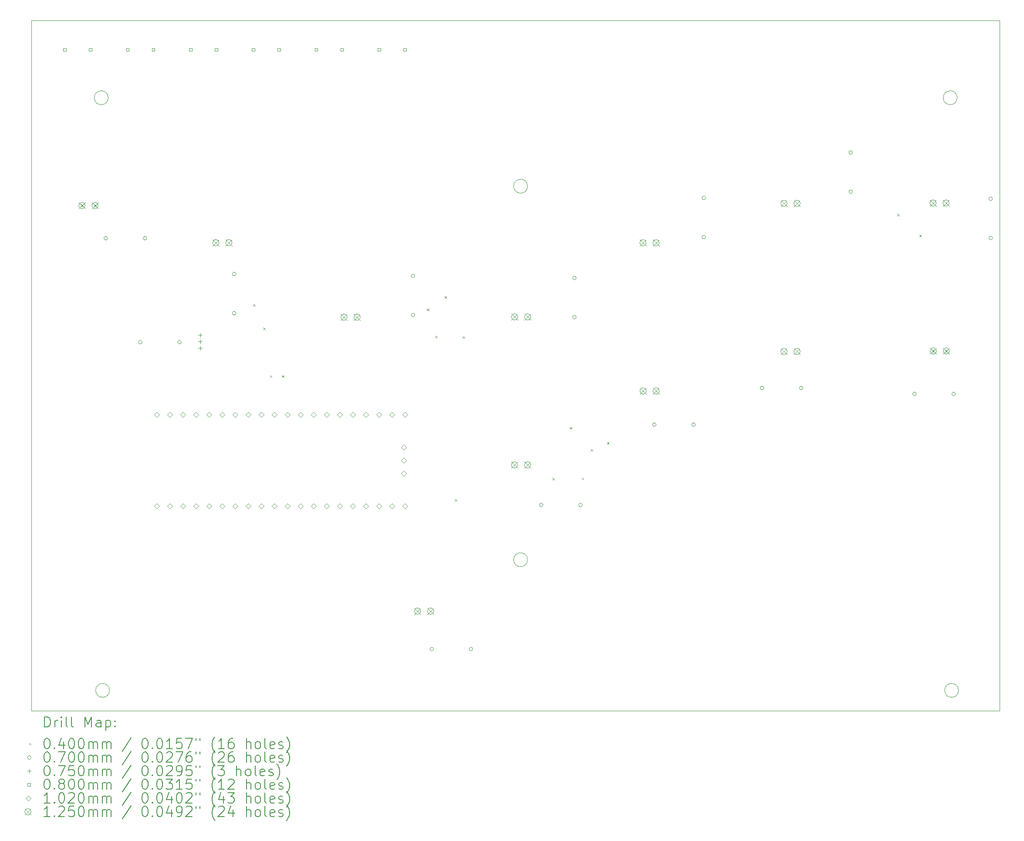
<source format=gbr>
%TF.GenerationSoftware,KiCad,Pcbnew,7.0.5*%
%TF.CreationDate,2023-08-06T18:29:24-05:00*%
%TF.ProjectId,Box,426f782e-6b69-4636-9164-5f7063625858,rev?*%
%TF.SameCoordinates,Original*%
%TF.FileFunction,Drillmap*%
%TF.FilePolarity,Positive*%
%FSLAX45Y45*%
G04 Gerber Fmt 4.5, Leading zero omitted, Abs format (unit mm)*
G04 Created by KiCad (PCBNEW 7.0.5) date 2023-08-06 18:29:24*
%MOMM*%
%LPD*%
G01*
G04 APERTURE LIST*
%ADD10C,0.100000*%
%ADD11C,0.200000*%
%ADD12C,0.040000*%
%ADD13C,0.070000*%
%ADD14C,0.075000*%
%ADD15C,0.080000*%
%ADD16C,0.102000*%
%ADD17C,0.125000*%
G04 APERTURE END LIST*
D10*
X6602000Y-4259000D02*
G75*
G03*
X6602000Y-4259000I-135000J0D01*
G01*
X23131000Y-15780000D02*
G75*
G03*
X23131000Y-15780000I-135000J0D01*
G01*
X23105000Y-4259000D02*
G75*
G03*
X23105000Y-4259000I-135000J0D01*
G01*
X14753000Y-13239000D02*
G75*
G03*
X14753000Y-13239000I-135000J0D01*
G01*
X6628000Y-15780000D02*
G75*
G03*
X6628000Y-15780000I-135000J0D01*
G01*
X14753000Y-5979000D02*
G75*
G03*
X14753000Y-5979000I-135000J0D01*
G01*
X5109000Y-2754000D02*
X23928000Y-2754000D01*
X23928000Y-16176000D01*
X5109000Y-16176000D01*
X5109000Y-2754000D01*
D11*
D12*
X9416000Y-8269000D02*
X9456000Y-8309000D01*
X9456000Y-8269000D02*
X9416000Y-8309000D01*
X9616000Y-8724000D02*
X9656000Y-8764000D01*
X9656000Y-8724000D02*
X9616000Y-8764000D01*
X9744000Y-9653000D02*
X9784000Y-9693000D01*
X9784000Y-9653000D02*
X9744000Y-9693000D01*
X9980000Y-9653000D02*
X10020000Y-9693000D01*
X10020000Y-9653000D02*
X9980000Y-9693000D01*
X12800000Y-8359000D02*
X12840000Y-8399000D01*
X12840000Y-8359000D02*
X12800000Y-8399000D01*
X12958000Y-8887000D02*
X12998000Y-8927000D01*
X12998000Y-8887000D02*
X12958000Y-8927000D01*
X13140000Y-8116000D02*
X13180000Y-8156000D01*
X13180000Y-8116000D02*
X13140000Y-8156000D01*
X13341000Y-12063000D02*
X13381000Y-12103000D01*
X13381000Y-12063000D02*
X13341000Y-12103000D01*
X13492000Y-8898000D02*
X13532000Y-8938000D01*
X13532000Y-8898000D02*
X13492000Y-8938000D01*
X15233000Y-11651000D02*
X15273000Y-11691000D01*
X15273000Y-11651000D02*
X15233000Y-11691000D01*
X15575000Y-10661000D02*
X15615000Y-10701000D01*
X15615000Y-10661000D02*
X15575000Y-10701000D01*
X15806000Y-11643000D02*
X15846000Y-11683000D01*
X15846000Y-11643000D02*
X15806000Y-11683000D01*
X15983000Y-11092000D02*
X16023000Y-11132000D01*
X16023000Y-11092000D02*
X15983000Y-11132000D01*
X16299000Y-10952000D02*
X16339000Y-10992000D01*
X16339000Y-10952000D02*
X16299000Y-10992000D01*
X21944000Y-6519000D02*
X21984000Y-6559000D01*
X21984000Y-6519000D02*
X21944000Y-6559000D01*
X22369000Y-6923000D02*
X22409000Y-6963000D01*
X22409000Y-6923000D02*
X22369000Y-6963000D01*
D13*
X6589000Y-6990000D02*
G75*
G03*
X6589000Y-6990000I-35000J0D01*
G01*
X7261000Y-9010000D02*
G75*
G03*
X7261000Y-9010000I-35000J0D01*
G01*
X7351000Y-6990000D02*
G75*
G03*
X7351000Y-6990000I-35000J0D01*
G01*
X8023000Y-9010000D02*
G75*
G03*
X8023000Y-9010000I-35000J0D01*
G01*
X9085000Y-7685000D02*
G75*
G03*
X9085000Y-7685000I-35000J0D01*
G01*
X9085000Y-8447000D02*
G75*
G03*
X9085000Y-8447000I-35000J0D01*
G01*
X12561000Y-7721000D02*
G75*
G03*
X12561000Y-7721000I-35000J0D01*
G01*
X12561000Y-8483000D02*
G75*
G03*
X12561000Y-8483000I-35000J0D01*
G01*
X12925000Y-14976000D02*
G75*
G03*
X12925000Y-14976000I-35000J0D01*
G01*
X13687000Y-14976000D02*
G75*
G03*
X13687000Y-14976000I-35000J0D01*
G01*
X15055000Y-12175000D02*
G75*
G03*
X15055000Y-12175000I-35000J0D01*
G01*
X15701000Y-7762000D02*
G75*
G03*
X15701000Y-7762000I-35000J0D01*
G01*
X15701000Y-8524000D02*
G75*
G03*
X15701000Y-8524000I-35000J0D01*
G01*
X15817000Y-12175000D02*
G75*
G03*
X15817000Y-12175000I-35000J0D01*
G01*
X17253000Y-10613000D02*
G75*
G03*
X17253000Y-10613000I-35000J0D01*
G01*
X18015000Y-10613000D02*
G75*
G03*
X18015000Y-10613000I-35000J0D01*
G01*
X18213000Y-6205000D02*
G75*
G03*
X18213000Y-6205000I-35000J0D01*
G01*
X18213000Y-6967000D02*
G75*
G03*
X18213000Y-6967000I-35000J0D01*
G01*
X19346000Y-9902000D02*
G75*
G03*
X19346000Y-9902000I-35000J0D01*
G01*
X20108000Y-9902000D02*
G75*
G03*
X20108000Y-9902000I-35000J0D01*
G01*
X21069000Y-5323000D02*
G75*
G03*
X21069000Y-5323000I-35000J0D01*
G01*
X21069000Y-6085000D02*
G75*
G03*
X21069000Y-6085000I-35000J0D01*
G01*
X22310000Y-10015000D02*
G75*
G03*
X22310000Y-10015000I-35000J0D01*
G01*
X23072000Y-10015000D02*
G75*
G03*
X23072000Y-10015000I-35000J0D01*
G01*
X23791000Y-6223000D02*
G75*
G03*
X23791000Y-6223000I-35000J0D01*
G01*
X23791000Y-6985000D02*
G75*
G03*
X23791000Y-6985000I-35000J0D01*
G01*
D14*
X8390000Y-8833500D02*
X8390000Y-8908500D01*
X8352500Y-8871000D02*
X8427500Y-8871000D01*
X8390000Y-8960500D02*
X8390000Y-9035500D01*
X8352500Y-8998000D02*
X8427500Y-8998000D01*
X8390000Y-9087500D02*
X8390000Y-9162500D01*
X8352500Y-9125000D02*
X8427500Y-9125000D01*
D15*
X5786284Y-3351284D02*
X5786284Y-3294715D01*
X5729715Y-3294715D01*
X5729715Y-3351284D01*
X5786284Y-3351284D01*
X6286284Y-3351284D02*
X6286284Y-3294715D01*
X6229715Y-3294715D01*
X6229715Y-3351284D01*
X6286284Y-3351284D01*
X7008284Y-3351284D02*
X7008284Y-3294715D01*
X6951715Y-3294715D01*
X6951715Y-3351284D01*
X7008284Y-3351284D01*
X7508284Y-3351284D02*
X7508284Y-3294715D01*
X7451715Y-3294715D01*
X7451715Y-3351284D01*
X7508284Y-3351284D01*
X8230284Y-3351284D02*
X8230284Y-3294715D01*
X8173715Y-3294715D01*
X8173715Y-3351284D01*
X8230284Y-3351284D01*
X8730285Y-3351284D02*
X8730285Y-3294715D01*
X8673716Y-3294715D01*
X8673716Y-3351284D01*
X8730285Y-3351284D01*
X9452285Y-3351284D02*
X9452285Y-3294715D01*
X9395716Y-3294715D01*
X9395716Y-3351284D01*
X9452285Y-3351284D01*
X9952285Y-3351284D02*
X9952285Y-3294715D01*
X9895716Y-3294715D01*
X9895716Y-3351284D01*
X9952285Y-3351284D01*
X10674285Y-3351284D02*
X10674285Y-3294715D01*
X10617716Y-3294715D01*
X10617716Y-3351284D01*
X10674285Y-3351284D01*
X11174285Y-3351284D02*
X11174285Y-3294715D01*
X11117716Y-3294715D01*
X11117716Y-3351284D01*
X11174285Y-3351284D01*
X11896284Y-3351284D02*
X11896284Y-3294715D01*
X11839715Y-3294715D01*
X11839715Y-3351284D01*
X11896284Y-3351284D01*
X12396284Y-3351284D02*
X12396284Y-3294715D01*
X12339715Y-3294715D01*
X12339715Y-3351284D01*
X12396284Y-3351284D01*
D16*
X7548000Y-10470000D02*
X7599000Y-10419000D01*
X7548000Y-10368000D01*
X7497000Y-10419000D01*
X7548000Y-10470000D01*
X7548000Y-12248000D02*
X7599000Y-12197000D01*
X7548000Y-12146000D01*
X7497000Y-12197000D01*
X7548000Y-12248000D01*
X7802000Y-10470000D02*
X7853000Y-10419000D01*
X7802000Y-10368000D01*
X7751000Y-10419000D01*
X7802000Y-10470000D01*
X7802000Y-12248000D02*
X7853000Y-12197000D01*
X7802000Y-12146000D01*
X7751000Y-12197000D01*
X7802000Y-12248000D01*
X8056000Y-10470000D02*
X8107000Y-10419000D01*
X8056000Y-10368000D01*
X8005000Y-10419000D01*
X8056000Y-10470000D01*
X8056000Y-12248000D02*
X8107000Y-12197000D01*
X8056000Y-12146000D01*
X8005000Y-12197000D01*
X8056000Y-12248000D01*
X8310000Y-10470000D02*
X8361000Y-10419000D01*
X8310000Y-10368000D01*
X8259000Y-10419000D01*
X8310000Y-10470000D01*
X8310000Y-12248000D02*
X8361000Y-12197000D01*
X8310000Y-12146000D01*
X8259000Y-12197000D01*
X8310000Y-12248000D01*
X8564000Y-10470000D02*
X8615000Y-10419000D01*
X8564000Y-10368000D01*
X8513000Y-10419000D01*
X8564000Y-10470000D01*
X8564000Y-12248000D02*
X8615000Y-12197000D01*
X8564000Y-12146000D01*
X8513000Y-12197000D01*
X8564000Y-12248000D01*
X8818000Y-10470000D02*
X8869000Y-10419000D01*
X8818000Y-10368000D01*
X8767000Y-10419000D01*
X8818000Y-10470000D01*
X8818000Y-12248000D02*
X8869000Y-12197000D01*
X8818000Y-12146000D01*
X8767000Y-12197000D01*
X8818000Y-12248000D01*
X9072000Y-10470000D02*
X9123000Y-10419000D01*
X9072000Y-10368000D01*
X9021000Y-10419000D01*
X9072000Y-10470000D01*
X9072000Y-12248000D02*
X9123000Y-12197000D01*
X9072000Y-12146000D01*
X9021000Y-12197000D01*
X9072000Y-12248000D01*
X9326000Y-10470000D02*
X9377000Y-10419000D01*
X9326000Y-10368000D01*
X9275000Y-10419000D01*
X9326000Y-10470000D01*
X9326000Y-12248000D02*
X9377000Y-12197000D01*
X9326000Y-12146000D01*
X9275000Y-12197000D01*
X9326000Y-12248000D01*
X9580000Y-10470000D02*
X9631000Y-10419000D01*
X9580000Y-10368000D01*
X9529000Y-10419000D01*
X9580000Y-10470000D01*
X9580000Y-12248000D02*
X9631000Y-12197000D01*
X9580000Y-12146000D01*
X9529000Y-12197000D01*
X9580000Y-12248000D01*
X9834000Y-10470000D02*
X9885000Y-10419000D01*
X9834000Y-10368000D01*
X9783000Y-10419000D01*
X9834000Y-10470000D01*
X9834000Y-12248000D02*
X9885000Y-12197000D01*
X9834000Y-12146000D01*
X9783000Y-12197000D01*
X9834000Y-12248000D01*
X10088000Y-10470000D02*
X10139000Y-10419000D01*
X10088000Y-10368000D01*
X10037000Y-10419000D01*
X10088000Y-10470000D01*
X10088000Y-12248000D02*
X10139000Y-12197000D01*
X10088000Y-12146000D01*
X10037000Y-12197000D01*
X10088000Y-12248000D01*
X10342000Y-10470000D02*
X10393000Y-10419000D01*
X10342000Y-10368000D01*
X10291000Y-10419000D01*
X10342000Y-10470000D01*
X10342000Y-12248000D02*
X10393000Y-12197000D01*
X10342000Y-12146000D01*
X10291000Y-12197000D01*
X10342000Y-12248000D01*
X10596000Y-10470000D02*
X10647000Y-10419000D01*
X10596000Y-10368000D01*
X10545000Y-10419000D01*
X10596000Y-10470000D01*
X10596000Y-12248000D02*
X10647000Y-12197000D01*
X10596000Y-12146000D01*
X10545000Y-12197000D01*
X10596000Y-12248000D01*
X10850000Y-10470000D02*
X10901000Y-10419000D01*
X10850000Y-10368000D01*
X10799000Y-10419000D01*
X10850000Y-10470000D01*
X10850000Y-12248000D02*
X10901000Y-12197000D01*
X10850000Y-12146000D01*
X10799000Y-12197000D01*
X10850000Y-12248000D01*
X11104000Y-10470000D02*
X11155000Y-10419000D01*
X11104000Y-10368000D01*
X11053000Y-10419000D01*
X11104000Y-10470000D01*
X11104000Y-12248000D02*
X11155000Y-12197000D01*
X11104000Y-12146000D01*
X11053000Y-12197000D01*
X11104000Y-12248000D01*
X11358000Y-10470000D02*
X11409000Y-10419000D01*
X11358000Y-10368000D01*
X11307000Y-10419000D01*
X11358000Y-10470000D01*
X11358000Y-12248000D02*
X11409000Y-12197000D01*
X11358000Y-12146000D01*
X11307000Y-12197000D01*
X11358000Y-12248000D01*
X11612000Y-10470000D02*
X11663000Y-10419000D01*
X11612000Y-10368000D01*
X11561000Y-10419000D01*
X11612000Y-10470000D01*
X11612000Y-12248000D02*
X11663000Y-12197000D01*
X11612000Y-12146000D01*
X11561000Y-12197000D01*
X11612000Y-12248000D01*
X11866000Y-10470000D02*
X11917000Y-10419000D01*
X11866000Y-10368000D01*
X11815000Y-10419000D01*
X11866000Y-10470000D01*
X11866000Y-12248000D02*
X11917000Y-12197000D01*
X11866000Y-12146000D01*
X11815000Y-12197000D01*
X11866000Y-12248000D01*
X12120000Y-10470000D02*
X12171000Y-10419000D01*
X12120000Y-10368000D01*
X12069000Y-10419000D01*
X12120000Y-10470000D01*
X12120000Y-12248000D02*
X12171000Y-12197000D01*
X12120000Y-12146000D01*
X12069000Y-12197000D01*
X12120000Y-12248000D01*
X12351000Y-11105000D02*
X12402000Y-11054000D01*
X12351000Y-11003000D01*
X12300000Y-11054000D01*
X12351000Y-11105000D01*
X12351000Y-11359000D02*
X12402000Y-11308000D01*
X12351000Y-11257000D01*
X12300000Y-11308000D01*
X12351000Y-11359000D01*
X12351000Y-11613000D02*
X12402000Y-11562000D01*
X12351000Y-11511000D01*
X12300000Y-11562000D01*
X12351000Y-11613000D01*
X12374000Y-10470000D02*
X12425000Y-10419000D01*
X12374000Y-10368000D01*
X12323000Y-10419000D01*
X12374000Y-10470000D01*
X12374000Y-12248000D02*
X12425000Y-12197000D01*
X12374000Y-12146000D01*
X12323000Y-12197000D01*
X12374000Y-12248000D01*
D17*
X6029300Y-6293500D02*
X6154300Y-6418500D01*
X6154300Y-6293500D02*
X6029300Y-6418500D01*
X6154300Y-6356000D02*
G75*
G03*
X6154300Y-6356000I-62500J0D01*
G01*
X6283300Y-6293500D02*
X6408300Y-6418500D01*
X6408300Y-6293500D02*
X6283300Y-6418500D01*
X6408300Y-6356000D02*
G75*
G03*
X6408300Y-6356000I-62500J0D01*
G01*
X8630500Y-7014500D02*
X8755500Y-7139500D01*
X8755500Y-7014500D02*
X8630500Y-7139500D01*
X8755500Y-7077000D02*
G75*
G03*
X8755500Y-7077000I-62500J0D01*
G01*
X8884500Y-7014500D02*
X9009500Y-7139500D01*
X9009500Y-7014500D02*
X8884500Y-7139500D01*
X9009500Y-7077000D02*
G75*
G03*
X9009500Y-7077000I-62500J0D01*
G01*
X11123500Y-8461500D02*
X11248500Y-8586500D01*
X11248500Y-8461500D02*
X11123500Y-8586500D01*
X11248500Y-8524000D02*
G75*
G03*
X11248500Y-8524000I-62500J0D01*
G01*
X11377500Y-8461500D02*
X11502500Y-8586500D01*
X11502500Y-8461500D02*
X11377500Y-8586500D01*
X11502500Y-8524000D02*
G75*
G03*
X11502500Y-8524000I-62500J0D01*
G01*
X12553500Y-14176500D02*
X12678500Y-14301500D01*
X12678500Y-14176500D02*
X12553500Y-14301500D01*
X12678500Y-14239000D02*
G75*
G03*
X12678500Y-14239000I-62500J0D01*
G01*
X12807500Y-14176500D02*
X12932500Y-14301500D01*
X12932500Y-14176500D02*
X12807500Y-14301500D01*
X12932500Y-14239000D02*
G75*
G03*
X12932500Y-14239000I-62500J0D01*
G01*
X14437500Y-8457500D02*
X14562500Y-8582500D01*
X14562500Y-8457500D02*
X14437500Y-8582500D01*
X14562500Y-8520000D02*
G75*
G03*
X14562500Y-8520000I-62500J0D01*
G01*
X14437500Y-11334500D02*
X14562500Y-11459500D01*
X14562500Y-11334500D02*
X14437500Y-11459500D01*
X14562500Y-11397000D02*
G75*
G03*
X14562500Y-11397000I-62500J0D01*
G01*
X14691500Y-8457500D02*
X14816500Y-8582500D01*
X14816500Y-8457500D02*
X14691500Y-8582500D01*
X14816500Y-8520000D02*
G75*
G03*
X14816500Y-8520000I-62500J0D01*
G01*
X14691500Y-11334500D02*
X14816500Y-11459500D01*
X14816500Y-11334500D02*
X14691500Y-11459500D01*
X14816500Y-11397000D02*
G75*
G03*
X14816500Y-11397000I-62500J0D01*
G01*
X16935500Y-7016500D02*
X17060500Y-7141500D01*
X17060500Y-7016500D02*
X16935500Y-7141500D01*
X17060500Y-7079000D02*
G75*
G03*
X17060500Y-7079000I-62500J0D01*
G01*
X16936500Y-9896500D02*
X17061500Y-10021500D01*
X17061500Y-9896500D02*
X16936500Y-10021500D01*
X17061500Y-9959000D02*
G75*
G03*
X17061500Y-9959000I-62500J0D01*
G01*
X17189500Y-7016500D02*
X17314500Y-7141500D01*
X17314500Y-7016500D02*
X17189500Y-7141500D01*
X17314500Y-7079000D02*
G75*
G03*
X17314500Y-7079000I-62500J0D01*
G01*
X17190500Y-9896500D02*
X17315500Y-10021500D01*
X17315500Y-9896500D02*
X17190500Y-10021500D01*
X17315500Y-9959000D02*
G75*
G03*
X17315500Y-9959000I-62500J0D01*
G01*
X19675500Y-6249500D02*
X19800500Y-6374500D01*
X19800500Y-6249500D02*
X19675500Y-6374500D01*
X19800500Y-6312000D02*
G75*
G03*
X19800500Y-6312000I-62500J0D01*
G01*
X19675500Y-9128500D02*
X19800500Y-9253500D01*
X19800500Y-9128500D02*
X19675500Y-9253500D01*
X19800500Y-9191000D02*
G75*
G03*
X19800500Y-9191000I-62500J0D01*
G01*
X19929500Y-6249500D02*
X20054500Y-6374500D01*
X20054500Y-6249500D02*
X19929500Y-6374500D01*
X20054500Y-6312000D02*
G75*
G03*
X20054500Y-6312000I-62500J0D01*
G01*
X19929500Y-9128500D02*
X20054500Y-9253500D01*
X20054500Y-9128500D02*
X19929500Y-9253500D01*
X20054500Y-9191000D02*
G75*
G03*
X20054500Y-9191000I-62500J0D01*
G01*
X22573000Y-6243500D02*
X22698000Y-6368500D01*
X22698000Y-6243500D02*
X22573000Y-6368500D01*
X22698000Y-6306000D02*
G75*
G03*
X22698000Y-6306000I-62500J0D01*
G01*
X22578000Y-9119500D02*
X22703000Y-9244500D01*
X22703000Y-9119500D02*
X22578000Y-9244500D01*
X22703000Y-9182000D02*
G75*
G03*
X22703000Y-9182000I-62500J0D01*
G01*
X22827000Y-6243500D02*
X22952000Y-6368500D01*
X22952000Y-6243500D02*
X22827000Y-6368500D01*
X22952000Y-6306000D02*
G75*
G03*
X22952000Y-6306000I-62500J0D01*
G01*
X22832000Y-9119500D02*
X22957000Y-9244500D01*
X22957000Y-9119500D02*
X22832000Y-9244500D01*
X22957000Y-9182000D02*
G75*
G03*
X22957000Y-9182000I-62500J0D01*
G01*
D11*
X5364777Y-16492484D02*
X5364777Y-16292484D01*
X5364777Y-16292484D02*
X5412396Y-16292484D01*
X5412396Y-16292484D02*
X5440967Y-16302008D01*
X5440967Y-16302008D02*
X5460015Y-16321055D01*
X5460015Y-16321055D02*
X5469539Y-16340103D01*
X5469539Y-16340103D02*
X5479063Y-16378198D01*
X5479063Y-16378198D02*
X5479063Y-16406769D01*
X5479063Y-16406769D02*
X5469539Y-16444865D01*
X5469539Y-16444865D02*
X5460015Y-16463912D01*
X5460015Y-16463912D02*
X5440967Y-16482960D01*
X5440967Y-16482960D02*
X5412396Y-16492484D01*
X5412396Y-16492484D02*
X5364777Y-16492484D01*
X5564777Y-16492484D02*
X5564777Y-16359150D01*
X5564777Y-16397246D02*
X5574301Y-16378198D01*
X5574301Y-16378198D02*
X5583824Y-16368674D01*
X5583824Y-16368674D02*
X5602872Y-16359150D01*
X5602872Y-16359150D02*
X5621920Y-16359150D01*
X5688586Y-16492484D02*
X5688586Y-16359150D01*
X5688586Y-16292484D02*
X5679062Y-16302008D01*
X5679062Y-16302008D02*
X5688586Y-16311531D01*
X5688586Y-16311531D02*
X5698110Y-16302008D01*
X5698110Y-16302008D02*
X5688586Y-16292484D01*
X5688586Y-16292484D02*
X5688586Y-16311531D01*
X5812396Y-16492484D02*
X5793348Y-16482960D01*
X5793348Y-16482960D02*
X5783824Y-16463912D01*
X5783824Y-16463912D02*
X5783824Y-16292484D01*
X5917158Y-16492484D02*
X5898110Y-16482960D01*
X5898110Y-16482960D02*
X5888586Y-16463912D01*
X5888586Y-16463912D02*
X5888586Y-16292484D01*
X6145729Y-16492484D02*
X6145729Y-16292484D01*
X6145729Y-16292484D02*
X6212396Y-16435341D01*
X6212396Y-16435341D02*
X6279062Y-16292484D01*
X6279062Y-16292484D02*
X6279062Y-16492484D01*
X6460015Y-16492484D02*
X6460015Y-16387722D01*
X6460015Y-16387722D02*
X6450491Y-16368674D01*
X6450491Y-16368674D02*
X6431443Y-16359150D01*
X6431443Y-16359150D02*
X6393348Y-16359150D01*
X6393348Y-16359150D02*
X6374301Y-16368674D01*
X6460015Y-16482960D02*
X6440967Y-16492484D01*
X6440967Y-16492484D02*
X6393348Y-16492484D01*
X6393348Y-16492484D02*
X6374301Y-16482960D01*
X6374301Y-16482960D02*
X6364777Y-16463912D01*
X6364777Y-16463912D02*
X6364777Y-16444865D01*
X6364777Y-16444865D02*
X6374301Y-16425817D01*
X6374301Y-16425817D02*
X6393348Y-16416293D01*
X6393348Y-16416293D02*
X6440967Y-16416293D01*
X6440967Y-16416293D02*
X6460015Y-16406769D01*
X6555253Y-16359150D02*
X6555253Y-16559150D01*
X6555253Y-16368674D02*
X6574301Y-16359150D01*
X6574301Y-16359150D02*
X6612396Y-16359150D01*
X6612396Y-16359150D02*
X6631443Y-16368674D01*
X6631443Y-16368674D02*
X6640967Y-16378198D01*
X6640967Y-16378198D02*
X6650491Y-16397246D01*
X6650491Y-16397246D02*
X6650491Y-16454388D01*
X6650491Y-16454388D02*
X6640967Y-16473436D01*
X6640967Y-16473436D02*
X6631443Y-16482960D01*
X6631443Y-16482960D02*
X6612396Y-16492484D01*
X6612396Y-16492484D02*
X6574301Y-16492484D01*
X6574301Y-16492484D02*
X6555253Y-16482960D01*
X6736205Y-16473436D02*
X6745729Y-16482960D01*
X6745729Y-16482960D02*
X6736205Y-16492484D01*
X6736205Y-16492484D02*
X6726682Y-16482960D01*
X6726682Y-16482960D02*
X6736205Y-16473436D01*
X6736205Y-16473436D02*
X6736205Y-16492484D01*
X6736205Y-16368674D02*
X6745729Y-16378198D01*
X6745729Y-16378198D02*
X6736205Y-16387722D01*
X6736205Y-16387722D02*
X6726682Y-16378198D01*
X6726682Y-16378198D02*
X6736205Y-16368674D01*
X6736205Y-16368674D02*
X6736205Y-16387722D01*
D12*
X5064000Y-16801000D02*
X5104000Y-16841000D01*
X5104000Y-16801000D02*
X5064000Y-16841000D01*
D11*
X5402872Y-16712484D02*
X5421920Y-16712484D01*
X5421920Y-16712484D02*
X5440967Y-16722008D01*
X5440967Y-16722008D02*
X5450491Y-16731531D01*
X5450491Y-16731531D02*
X5460015Y-16750579D01*
X5460015Y-16750579D02*
X5469539Y-16788674D01*
X5469539Y-16788674D02*
X5469539Y-16836293D01*
X5469539Y-16836293D02*
X5460015Y-16874389D01*
X5460015Y-16874389D02*
X5450491Y-16893436D01*
X5450491Y-16893436D02*
X5440967Y-16902960D01*
X5440967Y-16902960D02*
X5421920Y-16912484D01*
X5421920Y-16912484D02*
X5402872Y-16912484D01*
X5402872Y-16912484D02*
X5383824Y-16902960D01*
X5383824Y-16902960D02*
X5374301Y-16893436D01*
X5374301Y-16893436D02*
X5364777Y-16874389D01*
X5364777Y-16874389D02*
X5355253Y-16836293D01*
X5355253Y-16836293D02*
X5355253Y-16788674D01*
X5355253Y-16788674D02*
X5364777Y-16750579D01*
X5364777Y-16750579D02*
X5374301Y-16731531D01*
X5374301Y-16731531D02*
X5383824Y-16722008D01*
X5383824Y-16722008D02*
X5402872Y-16712484D01*
X5555253Y-16893436D02*
X5564777Y-16902960D01*
X5564777Y-16902960D02*
X5555253Y-16912484D01*
X5555253Y-16912484D02*
X5545729Y-16902960D01*
X5545729Y-16902960D02*
X5555253Y-16893436D01*
X5555253Y-16893436D02*
X5555253Y-16912484D01*
X5736205Y-16779150D02*
X5736205Y-16912484D01*
X5688586Y-16702960D02*
X5640967Y-16845817D01*
X5640967Y-16845817D02*
X5764777Y-16845817D01*
X5879062Y-16712484D02*
X5898110Y-16712484D01*
X5898110Y-16712484D02*
X5917158Y-16722008D01*
X5917158Y-16722008D02*
X5926682Y-16731531D01*
X5926682Y-16731531D02*
X5936205Y-16750579D01*
X5936205Y-16750579D02*
X5945729Y-16788674D01*
X5945729Y-16788674D02*
X5945729Y-16836293D01*
X5945729Y-16836293D02*
X5936205Y-16874389D01*
X5936205Y-16874389D02*
X5926682Y-16893436D01*
X5926682Y-16893436D02*
X5917158Y-16902960D01*
X5917158Y-16902960D02*
X5898110Y-16912484D01*
X5898110Y-16912484D02*
X5879062Y-16912484D01*
X5879062Y-16912484D02*
X5860015Y-16902960D01*
X5860015Y-16902960D02*
X5850491Y-16893436D01*
X5850491Y-16893436D02*
X5840967Y-16874389D01*
X5840967Y-16874389D02*
X5831443Y-16836293D01*
X5831443Y-16836293D02*
X5831443Y-16788674D01*
X5831443Y-16788674D02*
X5840967Y-16750579D01*
X5840967Y-16750579D02*
X5850491Y-16731531D01*
X5850491Y-16731531D02*
X5860015Y-16722008D01*
X5860015Y-16722008D02*
X5879062Y-16712484D01*
X6069539Y-16712484D02*
X6088586Y-16712484D01*
X6088586Y-16712484D02*
X6107634Y-16722008D01*
X6107634Y-16722008D02*
X6117158Y-16731531D01*
X6117158Y-16731531D02*
X6126682Y-16750579D01*
X6126682Y-16750579D02*
X6136205Y-16788674D01*
X6136205Y-16788674D02*
X6136205Y-16836293D01*
X6136205Y-16836293D02*
X6126682Y-16874389D01*
X6126682Y-16874389D02*
X6117158Y-16893436D01*
X6117158Y-16893436D02*
X6107634Y-16902960D01*
X6107634Y-16902960D02*
X6088586Y-16912484D01*
X6088586Y-16912484D02*
X6069539Y-16912484D01*
X6069539Y-16912484D02*
X6050491Y-16902960D01*
X6050491Y-16902960D02*
X6040967Y-16893436D01*
X6040967Y-16893436D02*
X6031443Y-16874389D01*
X6031443Y-16874389D02*
X6021920Y-16836293D01*
X6021920Y-16836293D02*
X6021920Y-16788674D01*
X6021920Y-16788674D02*
X6031443Y-16750579D01*
X6031443Y-16750579D02*
X6040967Y-16731531D01*
X6040967Y-16731531D02*
X6050491Y-16722008D01*
X6050491Y-16722008D02*
X6069539Y-16712484D01*
X6221920Y-16912484D02*
X6221920Y-16779150D01*
X6221920Y-16798198D02*
X6231443Y-16788674D01*
X6231443Y-16788674D02*
X6250491Y-16779150D01*
X6250491Y-16779150D02*
X6279063Y-16779150D01*
X6279063Y-16779150D02*
X6298110Y-16788674D01*
X6298110Y-16788674D02*
X6307634Y-16807722D01*
X6307634Y-16807722D02*
X6307634Y-16912484D01*
X6307634Y-16807722D02*
X6317158Y-16788674D01*
X6317158Y-16788674D02*
X6336205Y-16779150D01*
X6336205Y-16779150D02*
X6364777Y-16779150D01*
X6364777Y-16779150D02*
X6383824Y-16788674D01*
X6383824Y-16788674D02*
X6393348Y-16807722D01*
X6393348Y-16807722D02*
X6393348Y-16912484D01*
X6488586Y-16912484D02*
X6488586Y-16779150D01*
X6488586Y-16798198D02*
X6498110Y-16788674D01*
X6498110Y-16788674D02*
X6517158Y-16779150D01*
X6517158Y-16779150D02*
X6545729Y-16779150D01*
X6545729Y-16779150D02*
X6564777Y-16788674D01*
X6564777Y-16788674D02*
X6574301Y-16807722D01*
X6574301Y-16807722D02*
X6574301Y-16912484D01*
X6574301Y-16807722D02*
X6583824Y-16788674D01*
X6583824Y-16788674D02*
X6602872Y-16779150D01*
X6602872Y-16779150D02*
X6631443Y-16779150D01*
X6631443Y-16779150D02*
X6650491Y-16788674D01*
X6650491Y-16788674D02*
X6660015Y-16807722D01*
X6660015Y-16807722D02*
X6660015Y-16912484D01*
X7050491Y-16702960D02*
X6879063Y-16960103D01*
X7307634Y-16712484D02*
X7326682Y-16712484D01*
X7326682Y-16712484D02*
X7345729Y-16722008D01*
X7345729Y-16722008D02*
X7355253Y-16731531D01*
X7355253Y-16731531D02*
X7364777Y-16750579D01*
X7364777Y-16750579D02*
X7374301Y-16788674D01*
X7374301Y-16788674D02*
X7374301Y-16836293D01*
X7374301Y-16836293D02*
X7364777Y-16874389D01*
X7364777Y-16874389D02*
X7355253Y-16893436D01*
X7355253Y-16893436D02*
X7345729Y-16902960D01*
X7345729Y-16902960D02*
X7326682Y-16912484D01*
X7326682Y-16912484D02*
X7307634Y-16912484D01*
X7307634Y-16912484D02*
X7288586Y-16902960D01*
X7288586Y-16902960D02*
X7279063Y-16893436D01*
X7279063Y-16893436D02*
X7269539Y-16874389D01*
X7269539Y-16874389D02*
X7260015Y-16836293D01*
X7260015Y-16836293D02*
X7260015Y-16788674D01*
X7260015Y-16788674D02*
X7269539Y-16750579D01*
X7269539Y-16750579D02*
X7279063Y-16731531D01*
X7279063Y-16731531D02*
X7288586Y-16722008D01*
X7288586Y-16722008D02*
X7307634Y-16712484D01*
X7460015Y-16893436D02*
X7469539Y-16902960D01*
X7469539Y-16902960D02*
X7460015Y-16912484D01*
X7460015Y-16912484D02*
X7450491Y-16902960D01*
X7450491Y-16902960D02*
X7460015Y-16893436D01*
X7460015Y-16893436D02*
X7460015Y-16912484D01*
X7593348Y-16712484D02*
X7612396Y-16712484D01*
X7612396Y-16712484D02*
X7631444Y-16722008D01*
X7631444Y-16722008D02*
X7640967Y-16731531D01*
X7640967Y-16731531D02*
X7650491Y-16750579D01*
X7650491Y-16750579D02*
X7660015Y-16788674D01*
X7660015Y-16788674D02*
X7660015Y-16836293D01*
X7660015Y-16836293D02*
X7650491Y-16874389D01*
X7650491Y-16874389D02*
X7640967Y-16893436D01*
X7640967Y-16893436D02*
X7631444Y-16902960D01*
X7631444Y-16902960D02*
X7612396Y-16912484D01*
X7612396Y-16912484D02*
X7593348Y-16912484D01*
X7593348Y-16912484D02*
X7574301Y-16902960D01*
X7574301Y-16902960D02*
X7564777Y-16893436D01*
X7564777Y-16893436D02*
X7555253Y-16874389D01*
X7555253Y-16874389D02*
X7545729Y-16836293D01*
X7545729Y-16836293D02*
X7545729Y-16788674D01*
X7545729Y-16788674D02*
X7555253Y-16750579D01*
X7555253Y-16750579D02*
X7564777Y-16731531D01*
X7564777Y-16731531D02*
X7574301Y-16722008D01*
X7574301Y-16722008D02*
X7593348Y-16712484D01*
X7850491Y-16912484D02*
X7736206Y-16912484D01*
X7793348Y-16912484D02*
X7793348Y-16712484D01*
X7793348Y-16712484D02*
X7774301Y-16741055D01*
X7774301Y-16741055D02*
X7755253Y-16760103D01*
X7755253Y-16760103D02*
X7736206Y-16769627D01*
X8031444Y-16712484D02*
X7936206Y-16712484D01*
X7936206Y-16712484D02*
X7926682Y-16807722D01*
X7926682Y-16807722D02*
X7936206Y-16798198D01*
X7936206Y-16798198D02*
X7955253Y-16788674D01*
X7955253Y-16788674D02*
X8002872Y-16788674D01*
X8002872Y-16788674D02*
X8021920Y-16798198D01*
X8021920Y-16798198D02*
X8031444Y-16807722D01*
X8031444Y-16807722D02*
X8040967Y-16826770D01*
X8040967Y-16826770D02*
X8040967Y-16874389D01*
X8040967Y-16874389D02*
X8031444Y-16893436D01*
X8031444Y-16893436D02*
X8021920Y-16902960D01*
X8021920Y-16902960D02*
X8002872Y-16912484D01*
X8002872Y-16912484D02*
X7955253Y-16912484D01*
X7955253Y-16912484D02*
X7936206Y-16902960D01*
X7936206Y-16902960D02*
X7926682Y-16893436D01*
X8107634Y-16712484D02*
X8240967Y-16712484D01*
X8240967Y-16712484D02*
X8155253Y-16912484D01*
X8307634Y-16712484D02*
X8307634Y-16750579D01*
X8383825Y-16712484D02*
X8383825Y-16750579D01*
X8679063Y-16988674D02*
X8669539Y-16979150D01*
X8669539Y-16979150D02*
X8650491Y-16950579D01*
X8650491Y-16950579D02*
X8640968Y-16931531D01*
X8640968Y-16931531D02*
X8631444Y-16902960D01*
X8631444Y-16902960D02*
X8621920Y-16855341D01*
X8621920Y-16855341D02*
X8621920Y-16817246D01*
X8621920Y-16817246D02*
X8631444Y-16769627D01*
X8631444Y-16769627D02*
X8640968Y-16741055D01*
X8640968Y-16741055D02*
X8650491Y-16722008D01*
X8650491Y-16722008D02*
X8669539Y-16693436D01*
X8669539Y-16693436D02*
X8679063Y-16683912D01*
X8860015Y-16912484D02*
X8745730Y-16912484D01*
X8802872Y-16912484D02*
X8802872Y-16712484D01*
X8802872Y-16712484D02*
X8783825Y-16741055D01*
X8783825Y-16741055D02*
X8764777Y-16760103D01*
X8764777Y-16760103D02*
X8745730Y-16769627D01*
X9031444Y-16712484D02*
X8993349Y-16712484D01*
X8993349Y-16712484D02*
X8974301Y-16722008D01*
X8974301Y-16722008D02*
X8964777Y-16731531D01*
X8964777Y-16731531D02*
X8945730Y-16760103D01*
X8945730Y-16760103D02*
X8936206Y-16798198D01*
X8936206Y-16798198D02*
X8936206Y-16874389D01*
X8936206Y-16874389D02*
X8945730Y-16893436D01*
X8945730Y-16893436D02*
X8955253Y-16902960D01*
X8955253Y-16902960D02*
X8974301Y-16912484D01*
X8974301Y-16912484D02*
X9012396Y-16912484D01*
X9012396Y-16912484D02*
X9031444Y-16902960D01*
X9031444Y-16902960D02*
X9040968Y-16893436D01*
X9040968Y-16893436D02*
X9050491Y-16874389D01*
X9050491Y-16874389D02*
X9050491Y-16826770D01*
X9050491Y-16826770D02*
X9040968Y-16807722D01*
X9040968Y-16807722D02*
X9031444Y-16798198D01*
X9031444Y-16798198D02*
X9012396Y-16788674D01*
X9012396Y-16788674D02*
X8974301Y-16788674D01*
X8974301Y-16788674D02*
X8955253Y-16798198D01*
X8955253Y-16798198D02*
X8945730Y-16807722D01*
X8945730Y-16807722D02*
X8936206Y-16826770D01*
X9288587Y-16912484D02*
X9288587Y-16712484D01*
X9374301Y-16912484D02*
X9374301Y-16807722D01*
X9374301Y-16807722D02*
X9364777Y-16788674D01*
X9364777Y-16788674D02*
X9345730Y-16779150D01*
X9345730Y-16779150D02*
X9317158Y-16779150D01*
X9317158Y-16779150D02*
X9298111Y-16788674D01*
X9298111Y-16788674D02*
X9288587Y-16798198D01*
X9498111Y-16912484D02*
X9479063Y-16902960D01*
X9479063Y-16902960D02*
X9469539Y-16893436D01*
X9469539Y-16893436D02*
X9460015Y-16874389D01*
X9460015Y-16874389D02*
X9460015Y-16817246D01*
X9460015Y-16817246D02*
X9469539Y-16798198D01*
X9469539Y-16798198D02*
X9479063Y-16788674D01*
X9479063Y-16788674D02*
X9498111Y-16779150D01*
X9498111Y-16779150D02*
X9526682Y-16779150D01*
X9526682Y-16779150D02*
X9545730Y-16788674D01*
X9545730Y-16788674D02*
X9555253Y-16798198D01*
X9555253Y-16798198D02*
X9564777Y-16817246D01*
X9564777Y-16817246D02*
X9564777Y-16874389D01*
X9564777Y-16874389D02*
X9555253Y-16893436D01*
X9555253Y-16893436D02*
X9545730Y-16902960D01*
X9545730Y-16902960D02*
X9526682Y-16912484D01*
X9526682Y-16912484D02*
X9498111Y-16912484D01*
X9679063Y-16912484D02*
X9660015Y-16902960D01*
X9660015Y-16902960D02*
X9650492Y-16883912D01*
X9650492Y-16883912D02*
X9650492Y-16712484D01*
X9831444Y-16902960D02*
X9812396Y-16912484D01*
X9812396Y-16912484D02*
X9774301Y-16912484D01*
X9774301Y-16912484D02*
X9755253Y-16902960D01*
X9755253Y-16902960D02*
X9745730Y-16883912D01*
X9745730Y-16883912D02*
X9745730Y-16807722D01*
X9745730Y-16807722D02*
X9755253Y-16788674D01*
X9755253Y-16788674D02*
X9774301Y-16779150D01*
X9774301Y-16779150D02*
X9812396Y-16779150D01*
X9812396Y-16779150D02*
X9831444Y-16788674D01*
X9831444Y-16788674D02*
X9840968Y-16807722D01*
X9840968Y-16807722D02*
X9840968Y-16826770D01*
X9840968Y-16826770D02*
X9745730Y-16845817D01*
X9917158Y-16902960D02*
X9936206Y-16912484D01*
X9936206Y-16912484D02*
X9974301Y-16912484D01*
X9974301Y-16912484D02*
X9993349Y-16902960D01*
X9993349Y-16902960D02*
X10002873Y-16883912D01*
X10002873Y-16883912D02*
X10002873Y-16874389D01*
X10002873Y-16874389D02*
X9993349Y-16855341D01*
X9993349Y-16855341D02*
X9974301Y-16845817D01*
X9974301Y-16845817D02*
X9945730Y-16845817D01*
X9945730Y-16845817D02*
X9926682Y-16836293D01*
X9926682Y-16836293D02*
X9917158Y-16817246D01*
X9917158Y-16817246D02*
X9917158Y-16807722D01*
X9917158Y-16807722D02*
X9926682Y-16788674D01*
X9926682Y-16788674D02*
X9945730Y-16779150D01*
X9945730Y-16779150D02*
X9974301Y-16779150D01*
X9974301Y-16779150D02*
X9993349Y-16788674D01*
X10069539Y-16988674D02*
X10079063Y-16979150D01*
X10079063Y-16979150D02*
X10098111Y-16950579D01*
X10098111Y-16950579D02*
X10107634Y-16931531D01*
X10107634Y-16931531D02*
X10117158Y-16902960D01*
X10117158Y-16902960D02*
X10126682Y-16855341D01*
X10126682Y-16855341D02*
X10126682Y-16817246D01*
X10126682Y-16817246D02*
X10117158Y-16769627D01*
X10117158Y-16769627D02*
X10107634Y-16741055D01*
X10107634Y-16741055D02*
X10098111Y-16722008D01*
X10098111Y-16722008D02*
X10079063Y-16693436D01*
X10079063Y-16693436D02*
X10069539Y-16683912D01*
D13*
X5104000Y-17085000D02*
G75*
G03*
X5104000Y-17085000I-35000J0D01*
G01*
D11*
X5402872Y-16976484D02*
X5421920Y-16976484D01*
X5421920Y-16976484D02*
X5440967Y-16986008D01*
X5440967Y-16986008D02*
X5450491Y-16995531D01*
X5450491Y-16995531D02*
X5460015Y-17014579D01*
X5460015Y-17014579D02*
X5469539Y-17052674D01*
X5469539Y-17052674D02*
X5469539Y-17100293D01*
X5469539Y-17100293D02*
X5460015Y-17138389D01*
X5460015Y-17138389D02*
X5450491Y-17157436D01*
X5450491Y-17157436D02*
X5440967Y-17166960D01*
X5440967Y-17166960D02*
X5421920Y-17176484D01*
X5421920Y-17176484D02*
X5402872Y-17176484D01*
X5402872Y-17176484D02*
X5383824Y-17166960D01*
X5383824Y-17166960D02*
X5374301Y-17157436D01*
X5374301Y-17157436D02*
X5364777Y-17138389D01*
X5364777Y-17138389D02*
X5355253Y-17100293D01*
X5355253Y-17100293D02*
X5355253Y-17052674D01*
X5355253Y-17052674D02*
X5364777Y-17014579D01*
X5364777Y-17014579D02*
X5374301Y-16995531D01*
X5374301Y-16995531D02*
X5383824Y-16986008D01*
X5383824Y-16986008D02*
X5402872Y-16976484D01*
X5555253Y-17157436D02*
X5564777Y-17166960D01*
X5564777Y-17166960D02*
X5555253Y-17176484D01*
X5555253Y-17176484D02*
X5545729Y-17166960D01*
X5545729Y-17166960D02*
X5555253Y-17157436D01*
X5555253Y-17157436D02*
X5555253Y-17176484D01*
X5631443Y-16976484D02*
X5764777Y-16976484D01*
X5764777Y-16976484D02*
X5679062Y-17176484D01*
X5879062Y-16976484D02*
X5898110Y-16976484D01*
X5898110Y-16976484D02*
X5917158Y-16986008D01*
X5917158Y-16986008D02*
X5926682Y-16995531D01*
X5926682Y-16995531D02*
X5936205Y-17014579D01*
X5936205Y-17014579D02*
X5945729Y-17052674D01*
X5945729Y-17052674D02*
X5945729Y-17100293D01*
X5945729Y-17100293D02*
X5936205Y-17138389D01*
X5936205Y-17138389D02*
X5926682Y-17157436D01*
X5926682Y-17157436D02*
X5917158Y-17166960D01*
X5917158Y-17166960D02*
X5898110Y-17176484D01*
X5898110Y-17176484D02*
X5879062Y-17176484D01*
X5879062Y-17176484D02*
X5860015Y-17166960D01*
X5860015Y-17166960D02*
X5850491Y-17157436D01*
X5850491Y-17157436D02*
X5840967Y-17138389D01*
X5840967Y-17138389D02*
X5831443Y-17100293D01*
X5831443Y-17100293D02*
X5831443Y-17052674D01*
X5831443Y-17052674D02*
X5840967Y-17014579D01*
X5840967Y-17014579D02*
X5850491Y-16995531D01*
X5850491Y-16995531D02*
X5860015Y-16986008D01*
X5860015Y-16986008D02*
X5879062Y-16976484D01*
X6069539Y-16976484D02*
X6088586Y-16976484D01*
X6088586Y-16976484D02*
X6107634Y-16986008D01*
X6107634Y-16986008D02*
X6117158Y-16995531D01*
X6117158Y-16995531D02*
X6126682Y-17014579D01*
X6126682Y-17014579D02*
X6136205Y-17052674D01*
X6136205Y-17052674D02*
X6136205Y-17100293D01*
X6136205Y-17100293D02*
X6126682Y-17138389D01*
X6126682Y-17138389D02*
X6117158Y-17157436D01*
X6117158Y-17157436D02*
X6107634Y-17166960D01*
X6107634Y-17166960D02*
X6088586Y-17176484D01*
X6088586Y-17176484D02*
X6069539Y-17176484D01*
X6069539Y-17176484D02*
X6050491Y-17166960D01*
X6050491Y-17166960D02*
X6040967Y-17157436D01*
X6040967Y-17157436D02*
X6031443Y-17138389D01*
X6031443Y-17138389D02*
X6021920Y-17100293D01*
X6021920Y-17100293D02*
X6021920Y-17052674D01*
X6021920Y-17052674D02*
X6031443Y-17014579D01*
X6031443Y-17014579D02*
X6040967Y-16995531D01*
X6040967Y-16995531D02*
X6050491Y-16986008D01*
X6050491Y-16986008D02*
X6069539Y-16976484D01*
X6221920Y-17176484D02*
X6221920Y-17043150D01*
X6221920Y-17062198D02*
X6231443Y-17052674D01*
X6231443Y-17052674D02*
X6250491Y-17043150D01*
X6250491Y-17043150D02*
X6279063Y-17043150D01*
X6279063Y-17043150D02*
X6298110Y-17052674D01*
X6298110Y-17052674D02*
X6307634Y-17071722D01*
X6307634Y-17071722D02*
X6307634Y-17176484D01*
X6307634Y-17071722D02*
X6317158Y-17052674D01*
X6317158Y-17052674D02*
X6336205Y-17043150D01*
X6336205Y-17043150D02*
X6364777Y-17043150D01*
X6364777Y-17043150D02*
X6383824Y-17052674D01*
X6383824Y-17052674D02*
X6393348Y-17071722D01*
X6393348Y-17071722D02*
X6393348Y-17176484D01*
X6488586Y-17176484D02*
X6488586Y-17043150D01*
X6488586Y-17062198D02*
X6498110Y-17052674D01*
X6498110Y-17052674D02*
X6517158Y-17043150D01*
X6517158Y-17043150D02*
X6545729Y-17043150D01*
X6545729Y-17043150D02*
X6564777Y-17052674D01*
X6564777Y-17052674D02*
X6574301Y-17071722D01*
X6574301Y-17071722D02*
X6574301Y-17176484D01*
X6574301Y-17071722D02*
X6583824Y-17052674D01*
X6583824Y-17052674D02*
X6602872Y-17043150D01*
X6602872Y-17043150D02*
X6631443Y-17043150D01*
X6631443Y-17043150D02*
X6650491Y-17052674D01*
X6650491Y-17052674D02*
X6660015Y-17071722D01*
X6660015Y-17071722D02*
X6660015Y-17176484D01*
X7050491Y-16966960D02*
X6879063Y-17224103D01*
X7307634Y-16976484D02*
X7326682Y-16976484D01*
X7326682Y-16976484D02*
X7345729Y-16986008D01*
X7345729Y-16986008D02*
X7355253Y-16995531D01*
X7355253Y-16995531D02*
X7364777Y-17014579D01*
X7364777Y-17014579D02*
X7374301Y-17052674D01*
X7374301Y-17052674D02*
X7374301Y-17100293D01*
X7374301Y-17100293D02*
X7364777Y-17138389D01*
X7364777Y-17138389D02*
X7355253Y-17157436D01*
X7355253Y-17157436D02*
X7345729Y-17166960D01*
X7345729Y-17166960D02*
X7326682Y-17176484D01*
X7326682Y-17176484D02*
X7307634Y-17176484D01*
X7307634Y-17176484D02*
X7288586Y-17166960D01*
X7288586Y-17166960D02*
X7279063Y-17157436D01*
X7279063Y-17157436D02*
X7269539Y-17138389D01*
X7269539Y-17138389D02*
X7260015Y-17100293D01*
X7260015Y-17100293D02*
X7260015Y-17052674D01*
X7260015Y-17052674D02*
X7269539Y-17014579D01*
X7269539Y-17014579D02*
X7279063Y-16995531D01*
X7279063Y-16995531D02*
X7288586Y-16986008D01*
X7288586Y-16986008D02*
X7307634Y-16976484D01*
X7460015Y-17157436D02*
X7469539Y-17166960D01*
X7469539Y-17166960D02*
X7460015Y-17176484D01*
X7460015Y-17176484D02*
X7450491Y-17166960D01*
X7450491Y-17166960D02*
X7460015Y-17157436D01*
X7460015Y-17157436D02*
X7460015Y-17176484D01*
X7593348Y-16976484D02*
X7612396Y-16976484D01*
X7612396Y-16976484D02*
X7631444Y-16986008D01*
X7631444Y-16986008D02*
X7640967Y-16995531D01*
X7640967Y-16995531D02*
X7650491Y-17014579D01*
X7650491Y-17014579D02*
X7660015Y-17052674D01*
X7660015Y-17052674D02*
X7660015Y-17100293D01*
X7660015Y-17100293D02*
X7650491Y-17138389D01*
X7650491Y-17138389D02*
X7640967Y-17157436D01*
X7640967Y-17157436D02*
X7631444Y-17166960D01*
X7631444Y-17166960D02*
X7612396Y-17176484D01*
X7612396Y-17176484D02*
X7593348Y-17176484D01*
X7593348Y-17176484D02*
X7574301Y-17166960D01*
X7574301Y-17166960D02*
X7564777Y-17157436D01*
X7564777Y-17157436D02*
X7555253Y-17138389D01*
X7555253Y-17138389D02*
X7545729Y-17100293D01*
X7545729Y-17100293D02*
X7545729Y-17052674D01*
X7545729Y-17052674D02*
X7555253Y-17014579D01*
X7555253Y-17014579D02*
X7564777Y-16995531D01*
X7564777Y-16995531D02*
X7574301Y-16986008D01*
X7574301Y-16986008D02*
X7593348Y-16976484D01*
X7736206Y-16995531D02*
X7745729Y-16986008D01*
X7745729Y-16986008D02*
X7764777Y-16976484D01*
X7764777Y-16976484D02*
X7812396Y-16976484D01*
X7812396Y-16976484D02*
X7831444Y-16986008D01*
X7831444Y-16986008D02*
X7840967Y-16995531D01*
X7840967Y-16995531D02*
X7850491Y-17014579D01*
X7850491Y-17014579D02*
X7850491Y-17033627D01*
X7850491Y-17033627D02*
X7840967Y-17062198D01*
X7840967Y-17062198D02*
X7726682Y-17176484D01*
X7726682Y-17176484D02*
X7850491Y-17176484D01*
X7917158Y-16976484D02*
X8050491Y-16976484D01*
X8050491Y-16976484D02*
X7964777Y-17176484D01*
X8212396Y-16976484D02*
X8174301Y-16976484D01*
X8174301Y-16976484D02*
X8155253Y-16986008D01*
X8155253Y-16986008D02*
X8145729Y-16995531D01*
X8145729Y-16995531D02*
X8126682Y-17024103D01*
X8126682Y-17024103D02*
X8117158Y-17062198D01*
X8117158Y-17062198D02*
X8117158Y-17138389D01*
X8117158Y-17138389D02*
X8126682Y-17157436D01*
X8126682Y-17157436D02*
X8136206Y-17166960D01*
X8136206Y-17166960D02*
X8155253Y-17176484D01*
X8155253Y-17176484D02*
X8193348Y-17176484D01*
X8193348Y-17176484D02*
X8212396Y-17166960D01*
X8212396Y-17166960D02*
X8221920Y-17157436D01*
X8221920Y-17157436D02*
X8231444Y-17138389D01*
X8231444Y-17138389D02*
X8231444Y-17090770D01*
X8231444Y-17090770D02*
X8221920Y-17071722D01*
X8221920Y-17071722D02*
X8212396Y-17062198D01*
X8212396Y-17062198D02*
X8193348Y-17052674D01*
X8193348Y-17052674D02*
X8155253Y-17052674D01*
X8155253Y-17052674D02*
X8136206Y-17062198D01*
X8136206Y-17062198D02*
X8126682Y-17071722D01*
X8126682Y-17071722D02*
X8117158Y-17090770D01*
X8307634Y-16976484D02*
X8307634Y-17014579D01*
X8383825Y-16976484D02*
X8383825Y-17014579D01*
X8679063Y-17252674D02*
X8669539Y-17243150D01*
X8669539Y-17243150D02*
X8650491Y-17214579D01*
X8650491Y-17214579D02*
X8640968Y-17195531D01*
X8640968Y-17195531D02*
X8631444Y-17166960D01*
X8631444Y-17166960D02*
X8621920Y-17119341D01*
X8621920Y-17119341D02*
X8621920Y-17081246D01*
X8621920Y-17081246D02*
X8631444Y-17033627D01*
X8631444Y-17033627D02*
X8640968Y-17005055D01*
X8640968Y-17005055D02*
X8650491Y-16986008D01*
X8650491Y-16986008D02*
X8669539Y-16957436D01*
X8669539Y-16957436D02*
X8679063Y-16947912D01*
X8745730Y-16995531D02*
X8755253Y-16986008D01*
X8755253Y-16986008D02*
X8774301Y-16976484D01*
X8774301Y-16976484D02*
X8821920Y-16976484D01*
X8821920Y-16976484D02*
X8840968Y-16986008D01*
X8840968Y-16986008D02*
X8850491Y-16995531D01*
X8850491Y-16995531D02*
X8860015Y-17014579D01*
X8860015Y-17014579D02*
X8860015Y-17033627D01*
X8860015Y-17033627D02*
X8850491Y-17062198D01*
X8850491Y-17062198D02*
X8736206Y-17176484D01*
X8736206Y-17176484D02*
X8860015Y-17176484D01*
X9031444Y-16976484D02*
X8993349Y-16976484D01*
X8993349Y-16976484D02*
X8974301Y-16986008D01*
X8974301Y-16986008D02*
X8964777Y-16995531D01*
X8964777Y-16995531D02*
X8945730Y-17024103D01*
X8945730Y-17024103D02*
X8936206Y-17062198D01*
X8936206Y-17062198D02*
X8936206Y-17138389D01*
X8936206Y-17138389D02*
X8945730Y-17157436D01*
X8945730Y-17157436D02*
X8955253Y-17166960D01*
X8955253Y-17166960D02*
X8974301Y-17176484D01*
X8974301Y-17176484D02*
X9012396Y-17176484D01*
X9012396Y-17176484D02*
X9031444Y-17166960D01*
X9031444Y-17166960D02*
X9040968Y-17157436D01*
X9040968Y-17157436D02*
X9050491Y-17138389D01*
X9050491Y-17138389D02*
X9050491Y-17090770D01*
X9050491Y-17090770D02*
X9040968Y-17071722D01*
X9040968Y-17071722D02*
X9031444Y-17062198D01*
X9031444Y-17062198D02*
X9012396Y-17052674D01*
X9012396Y-17052674D02*
X8974301Y-17052674D01*
X8974301Y-17052674D02*
X8955253Y-17062198D01*
X8955253Y-17062198D02*
X8945730Y-17071722D01*
X8945730Y-17071722D02*
X8936206Y-17090770D01*
X9288587Y-17176484D02*
X9288587Y-16976484D01*
X9374301Y-17176484D02*
X9374301Y-17071722D01*
X9374301Y-17071722D02*
X9364777Y-17052674D01*
X9364777Y-17052674D02*
X9345730Y-17043150D01*
X9345730Y-17043150D02*
X9317158Y-17043150D01*
X9317158Y-17043150D02*
X9298111Y-17052674D01*
X9298111Y-17052674D02*
X9288587Y-17062198D01*
X9498111Y-17176484D02*
X9479063Y-17166960D01*
X9479063Y-17166960D02*
X9469539Y-17157436D01*
X9469539Y-17157436D02*
X9460015Y-17138389D01*
X9460015Y-17138389D02*
X9460015Y-17081246D01*
X9460015Y-17081246D02*
X9469539Y-17062198D01*
X9469539Y-17062198D02*
X9479063Y-17052674D01*
X9479063Y-17052674D02*
X9498111Y-17043150D01*
X9498111Y-17043150D02*
X9526682Y-17043150D01*
X9526682Y-17043150D02*
X9545730Y-17052674D01*
X9545730Y-17052674D02*
X9555253Y-17062198D01*
X9555253Y-17062198D02*
X9564777Y-17081246D01*
X9564777Y-17081246D02*
X9564777Y-17138389D01*
X9564777Y-17138389D02*
X9555253Y-17157436D01*
X9555253Y-17157436D02*
X9545730Y-17166960D01*
X9545730Y-17166960D02*
X9526682Y-17176484D01*
X9526682Y-17176484D02*
X9498111Y-17176484D01*
X9679063Y-17176484D02*
X9660015Y-17166960D01*
X9660015Y-17166960D02*
X9650492Y-17147912D01*
X9650492Y-17147912D02*
X9650492Y-16976484D01*
X9831444Y-17166960D02*
X9812396Y-17176484D01*
X9812396Y-17176484D02*
X9774301Y-17176484D01*
X9774301Y-17176484D02*
X9755253Y-17166960D01*
X9755253Y-17166960D02*
X9745730Y-17147912D01*
X9745730Y-17147912D02*
X9745730Y-17071722D01*
X9745730Y-17071722D02*
X9755253Y-17052674D01*
X9755253Y-17052674D02*
X9774301Y-17043150D01*
X9774301Y-17043150D02*
X9812396Y-17043150D01*
X9812396Y-17043150D02*
X9831444Y-17052674D01*
X9831444Y-17052674D02*
X9840968Y-17071722D01*
X9840968Y-17071722D02*
X9840968Y-17090770D01*
X9840968Y-17090770D02*
X9745730Y-17109817D01*
X9917158Y-17166960D02*
X9936206Y-17176484D01*
X9936206Y-17176484D02*
X9974301Y-17176484D01*
X9974301Y-17176484D02*
X9993349Y-17166960D01*
X9993349Y-17166960D02*
X10002873Y-17147912D01*
X10002873Y-17147912D02*
X10002873Y-17138389D01*
X10002873Y-17138389D02*
X9993349Y-17119341D01*
X9993349Y-17119341D02*
X9974301Y-17109817D01*
X9974301Y-17109817D02*
X9945730Y-17109817D01*
X9945730Y-17109817D02*
X9926682Y-17100293D01*
X9926682Y-17100293D02*
X9917158Y-17081246D01*
X9917158Y-17081246D02*
X9917158Y-17071722D01*
X9917158Y-17071722D02*
X9926682Y-17052674D01*
X9926682Y-17052674D02*
X9945730Y-17043150D01*
X9945730Y-17043150D02*
X9974301Y-17043150D01*
X9974301Y-17043150D02*
X9993349Y-17052674D01*
X10069539Y-17252674D02*
X10079063Y-17243150D01*
X10079063Y-17243150D02*
X10098111Y-17214579D01*
X10098111Y-17214579D02*
X10107634Y-17195531D01*
X10107634Y-17195531D02*
X10117158Y-17166960D01*
X10117158Y-17166960D02*
X10126682Y-17119341D01*
X10126682Y-17119341D02*
X10126682Y-17081246D01*
X10126682Y-17081246D02*
X10117158Y-17033627D01*
X10117158Y-17033627D02*
X10107634Y-17005055D01*
X10107634Y-17005055D02*
X10098111Y-16986008D01*
X10098111Y-16986008D02*
X10079063Y-16957436D01*
X10079063Y-16957436D02*
X10069539Y-16947912D01*
D14*
X5066500Y-17311500D02*
X5066500Y-17386500D01*
X5029000Y-17349000D02*
X5104000Y-17349000D01*
D11*
X5402872Y-17240484D02*
X5421920Y-17240484D01*
X5421920Y-17240484D02*
X5440967Y-17250008D01*
X5440967Y-17250008D02*
X5450491Y-17259531D01*
X5450491Y-17259531D02*
X5460015Y-17278579D01*
X5460015Y-17278579D02*
X5469539Y-17316674D01*
X5469539Y-17316674D02*
X5469539Y-17364293D01*
X5469539Y-17364293D02*
X5460015Y-17402389D01*
X5460015Y-17402389D02*
X5450491Y-17421436D01*
X5450491Y-17421436D02*
X5440967Y-17430960D01*
X5440967Y-17430960D02*
X5421920Y-17440484D01*
X5421920Y-17440484D02*
X5402872Y-17440484D01*
X5402872Y-17440484D02*
X5383824Y-17430960D01*
X5383824Y-17430960D02*
X5374301Y-17421436D01*
X5374301Y-17421436D02*
X5364777Y-17402389D01*
X5364777Y-17402389D02*
X5355253Y-17364293D01*
X5355253Y-17364293D02*
X5355253Y-17316674D01*
X5355253Y-17316674D02*
X5364777Y-17278579D01*
X5364777Y-17278579D02*
X5374301Y-17259531D01*
X5374301Y-17259531D02*
X5383824Y-17250008D01*
X5383824Y-17250008D02*
X5402872Y-17240484D01*
X5555253Y-17421436D02*
X5564777Y-17430960D01*
X5564777Y-17430960D02*
X5555253Y-17440484D01*
X5555253Y-17440484D02*
X5545729Y-17430960D01*
X5545729Y-17430960D02*
X5555253Y-17421436D01*
X5555253Y-17421436D02*
X5555253Y-17440484D01*
X5631443Y-17240484D02*
X5764777Y-17240484D01*
X5764777Y-17240484D02*
X5679062Y-17440484D01*
X5936205Y-17240484D02*
X5840967Y-17240484D01*
X5840967Y-17240484D02*
X5831443Y-17335722D01*
X5831443Y-17335722D02*
X5840967Y-17326198D01*
X5840967Y-17326198D02*
X5860015Y-17316674D01*
X5860015Y-17316674D02*
X5907634Y-17316674D01*
X5907634Y-17316674D02*
X5926682Y-17326198D01*
X5926682Y-17326198D02*
X5936205Y-17335722D01*
X5936205Y-17335722D02*
X5945729Y-17354770D01*
X5945729Y-17354770D02*
X5945729Y-17402389D01*
X5945729Y-17402389D02*
X5936205Y-17421436D01*
X5936205Y-17421436D02*
X5926682Y-17430960D01*
X5926682Y-17430960D02*
X5907634Y-17440484D01*
X5907634Y-17440484D02*
X5860015Y-17440484D01*
X5860015Y-17440484D02*
X5840967Y-17430960D01*
X5840967Y-17430960D02*
X5831443Y-17421436D01*
X6069539Y-17240484D02*
X6088586Y-17240484D01*
X6088586Y-17240484D02*
X6107634Y-17250008D01*
X6107634Y-17250008D02*
X6117158Y-17259531D01*
X6117158Y-17259531D02*
X6126682Y-17278579D01*
X6126682Y-17278579D02*
X6136205Y-17316674D01*
X6136205Y-17316674D02*
X6136205Y-17364293D01*
X6136205Y-17364293D02*
X6126682Y-17402389D01*
X6126682Y-17402389D02*
X6117158Y-17421436D01*
X6117158Y-17421436D02*
X6107634Y-17430960D01*
X6107634Y-17430960D02*
X6088586Y-17440484D01*
X6088586Y-17440484D02*
X6069539Y-17440484D01*
X6069539Y-17440484D02*
X6050491Y-17430960D01*
X6050491Y-17430960D02*
X6040967Y-17421436D01*
X6040967Y-17421436D02*
X6031443Y-17402389D01*
X6031443Y-17402389D02*
X6021920Y-17364293D01*
X6021920Y-17364293D02*
X6021920Y-17316674D01*
X6021920Y-17316674D02*
X6031443Y-17278579D01*
X6031443Y-17278579D02*
X6040967Y-17259531D01*
X6040967Y-17259531D02*
X6050491Y-17250008D01*
X6050491Y-17250008D02*
X6069539Y-17240484D01*
X6221920Y-17440484D02*
X6221920Y-17307150D01*
X6221920Y-17326198D02*
X6231443Y-17316674D01*
X6231443Y-17316674D02*
X6250491Y-17307150D01*
X6250491Y-17307150D02*
X6279063Y-17307150D01*
X6279063Y-17307150D02*
X6298110Y-17316674D01*
X6298110Y-17316674D02*
X6307634Y-17335722D01*
X6307634Y-17335722D02*
X6307634Y-17440484D01*
X6307634Y-17335722D02*
X6317158Y-17316674D01*
X6317158Y-17316674D02*
X6336205Y-17307150D01*
X6336205Y-17307150D02*
X6364777Y-17307150D01*
X6364777Y-17307150D02*
X6383824Y-17316674D01*
X6383824Y-17316674D02*
X6393348Y-17335722D01*
X6393348Y-17335722D02*
X6393348Y-17440484D01*
X6488586Y-17440484D02*
X6488586Y-17307150D01*
X6488586Y-17326198D02*
X6498110Y-17316674D01*
X6498110Y-17316674D02*
X6517158Y-17307150D01*
X6517158Y-17307150D02*
X6545729Y-17307150D01*
X6545729Y-17307150D02*
X6564777Y-17316674D01*
X6564777Y-17316674D02*
X6574301Y-17335722D01*
X6574301Y-17335722D02*
X6574301Y-17440484D01*
X6574301Y-17335722D02*
X6583824Y-17316674D01*
X6583824Y-17316674D02*
X6602872Y-17307150D01*
X6602872Y-17307150D02*
X6631443Y-17307150D01*
X6631443Y-17307150D02*
X6650491Y-17316674D01*
X6650491Y-17316674D02*
X6660015Y-17335722D01*
X6660015Y-17335722D02*
X6660015Y-17440484D01*
X7050491Y-17230960D02*
X6879063Y-17488103D01*
X7307634Y-17240484D02*
X7326682Y-17240484D01*
X7326682Y-17240484D02*
X7345729Y-17250008D01*
X7345729Y-17250008D02*
X7355253Y-17259531D01*
X7355253Y-17259531D02*
X7364777Y-17278579D01*
X7364777Y-17278579D02*
X7374301Y-17316674D01*
X7374301Y-17316674D02*
X7374301Y-17364293D01*
X7374301Y-17364293D02*
X7364777Y-17402389D01*
X7364777Y-17402389D02*
X7355253Y-17421436D01*
X7355253Y-17421436D02*
X7345729Y-17430960D01*
X7345729Y-17430960D02*
X7326682Y-17440484D01*
X7326682Y-17440484D02*
X7307634Y-17440484D01*
X7307634Y-17440484D02*
X7288586Y-17430960D01*
X7288586Y-17430960D02*
X7279063Y-17421436D01*
X7279063Y-17421436D02*
X7269539Y-17402389D01*
X7269539Y-17402389D02*
X7260015Y-17364293D01*
X7260015Y-17364293D02*
X7260015Y-17316674D01*
X7260015Y-17316674D02*
X7269539Y-17278579D01*
X7269539Y-17278579D02*
X7279063Y-17259531D01*
X7279063Y-17259531D02*
X7288586Y-17250008D01*
X7288586Y-17250008D02*
X7307634Y-17240484D01*
X7460015Y-17421436D02*
X7469539Y-17430960D01*
X7469539Y-17430960D02*
X7460015Y-17440484D01*
X7460015Y-17440484D02*
X7450491Y-17430960D01*
X7450491Y-17430960D02*
X7460015Y-17421436D01*
X7460015Y-17421436D02*
X7460015Y-17440484D01*
X7593348Y-17240484D02*
X7612396Y-17240484D01*
X7612396Y-17240484D02*
X7631444Y-17250008D01*
X7631444Y-17250008D02*
X7640967Y-17259531D01*
X7640967Y-17259531D02*
X7650491Y-17278579D01*
X7650491Y-17278579D02*
X7660015Y-17316674D01*
X7660015Y-17316674D02*
X7660015Y-17364293D01*
X7660015Y-17364293D02*
X7650491Y-17402389D01*
X7650491Y-17402389D02*
X7640967Y-17421436D01*
X7640967Y-17421436D02*
X7631444Y-17430960D01*
X7631444Y-17430960D02*
X7612396Y-17440484D01*
X7612396Y-17440484D02*
X7593348Y-17440484D01*
X7593348Y-17440484D02*
X7574301Y-17430960D01*
X7574301Y-17430960D02*
X7564777Y-17421436D01*
X7564777Y-17421436D02*
X7555253Y-17402389D01*
X7555253Y-17402389D02*
X7545729Y-17364293D01*
X7545729Y-17364293D02*
X7545729Y-17316674D01*
X7545729Y-17316674D02*
X7555253Y-17278579D01*
X7555253Y-17278579D02*
X7564777Y-17259531D01*
X7564777Y-17259531D02*
X7574301Y-17250008D01*
X7574301Y-17250008D02*
X7593348Y-17240484D01*
X7736206Y-17259531D02*
X7745729Y-17250008D01*
X7745729Y-17250008D02*
X7764777Y-17240484D01*
X7764777Y-17240484D02*
X7812396Y-17240484D01*
X7812396Y-17240484D02*
X7831444Y-17250008D01*
X7831444Y-17250008D02*
X7840967Y-17259531D01*
X7840967Y-17259531D02*
X7850491Y-17278579D01*
X7850491Y-17278579D02*
X7850491Y-17297627D01*
X7850491Y-17297627D02*
X7840967Y-17326198D01*
X7840967Y-17326198D02*
X7726682Y-17440484D01*
X7726682Y-17440484D02*
X7850491Y-17440484D01*
X7945729Y-17440484D02*
X7983825Y-17440484D01*
X7983825Y-17440484D02*
X8002872Y-17430960D01*
X8002872Y-17430960D02*
X8012396Y-17421436D01*
X8012396Y-17421436D02*
X8031444Y-17392865D01*
X8031444Y-17392865D02*
X8040967Y-17354770D01*
X8040967Y-17354770D02*
X8040967Y-17278579D01*
X8040967Y-17278579D02*
X8031444Y-17259531D01*
X8031444Y-17259531D02*
X8021920Y-17250008D01*
X8021920Y-17250008D02*
X8002872Y-17240484D01*
X8002872Y-17240484D02*
X7964777Y-17240484D01*
X7964777Y-17240484D02*
X7945729Y-17250008D01*
X7945729Y-17250008D02*
X7936206Y-17259531D01*
X7936206Y-17259531D02*
X7926682Y-17278579D01*
X7926682Y-17278579D02*
X7926682Y-17326198D01*
X7926682Y-17326198D02*
X7936206Y-17345246D01*
X7936206Y-17345246D02*
X7945729Y-17354770D01*
X7945729Y-17354770D02*
X7964777Y-17364293D01*
X7964777Y-17364293D02*
X8002872Y-17364293D01*
X8002872Y-17364293D02*
X8021920Y-17354770D01*
X8021920Y-17354770D02*
X8031444Y-17345246D01*
X8031444Y-17345246D02*
X8040967Y-17326198D01*
X8221920Y-17240484D02*
X8126682Y-17240484D01*
X8126682Y-17240484D02*
X8117158Y-17335722D01*
X8117158Y-17335722D02*
X8126682Y-17326198D01*
X8126682Y-17326198D02*
X8145729Y-17316674D01*
X8145729Y-17316674D02*
X8193348Y-17316674D01*
X8193348Y-17316674D02*
X8212396Y-17326198D01*
X8212396Y-17326198D02*
X8221920Y-17335722D01*
X8221920Y-17335722D02*
X8231444Y-17354770D01*
X8231444Y-17354770D02*
X8231444Y-17402389D01*
X8231444Y-17402389D02*
X8221920Y-17421436D01*
X8221920Y-17421436D02*
X8212396Y-17430960D01*
X8212396Y-17430960D02*
X8193348Y-17440484D01*
X8193348Y-17440484D02*
X8145729Y-17440484D01*
X8145729Y-17440484D02*
X8126682Y-17430960D01*
X8126682Y-17430960D02*
X8117158Y-17421436D01*
X8307634Y-17240484D02*
X8307634Y-17278579D01*
X8383825Y-17240484D02*
X8383825Y-17278579D01*
X8679063Y-17516674D02*
X8669539Y-17507150D01*
X8669539Y-17507150D02*
X8650491Y-17478579D01*
X8650491Y-17478579D02*
X8640968Y-17459531D01*
X8640968Y-17459531D02*
X8631444Y-17430960D01*
X8631444Y-17430960D02*
X8621920Y-17383341D01*
X8621920Y-17383341D02*
X8621920Y-17345246D01*
X8621920Y-17345246D02*
X8631444Y-17297627D01*
X8631444Y-17297627D02*
X8640968Y-17269055D01*
X8640968Y-17269055D02*
X8650491Y-17250008D01*
X8650491Y-17250008D02*
X8669539Y-17221436D01*
X8669539Y-17221436D02*
X8679063Y-17211912D01*
X8736206Y-17240484D02*
X8860015Y-17240484D01*
X8860015Y-17240484D02*
X8793349Y-17316674D01*
X8793349Y-17316674D02*
X8821920Y-17316674D01*
X8821920Y-17316674D02*
X8840968Y-17326198D01*
X8840968Y-17326198D02*
X8850491Y-17335722D01*
X8850491Y-17335722D02*
X8860015Y-17354770D01*
X8860015Y-17354770D02*
X8860015Y-17402389D01*
X8860015Y-17402389D02*
X8850491Y-17421436D01*
X8850491Y-17421436D02*
X8840968Y-17430960D01*
X8840968Y-17430960D02*
X8821920Y-17440484D01*
X8821920Y-17440484D02*
X8764777Y-17440484D01*
X8764777Y-17440484D02*
X8745730Y-17430960D01*
X8745730Y-17430960D02*
X8736206Y-17421436D01*
X9098111Y-17440484D02*
X9098111Y-17240484D01*
X9183825Y-17440484D02*
X9183825Y-17335722D01*
X9183825Y-17335722D02*
X9174301Y-17316674D01*
X9174301Y-17316674D02*
X9155253Y-17307150D01*
X9155253Y-17307150D02*
X9126682Y-17307150D01*
X9126682Y-17307150D02*
X9107634Y-17316674D01*
X9107634Y-17316674D02*
X9098111Y-17326198D01*
X9307634Y-17440484D02*
X9288587Y-17430960D01*
X9288587Y-17430960D02*
X9279063Y-17421436D01*
X9279063Y-17421436D02*
X9269539Y-17402389D01*
X9269539Y-17402389D02*
X9269539Y-17345246D01*
X9269539Y-17345246D02*
X9279063Y-17326198D01*
X9279063Y-17326198D02*
X9288587Y-17316674D01*
X9288587Y-17316674D02*
X9307634Y-17307150D01*
X9307634Y-17307150D02*
X9336206Y-17307150D01*
X9336206Y-17307150D02*
X9355253Y-17316674D01*
X9355253Y-17316674D02*
X9364777Y-17326198D01*
X9364777Y-17326198D02*
X9374301Y-17345246D01*
X9374301Y-17345246D02*
X9374301Y-17402389D01*
X9374301Y-17402389D02*
X9364777Y-17421436D01*
X9364777Y-17421436D02*
X9355253Y-17430960D01*
X9355253Y-17430960D02*
X9336206Y-17440484D01*
X9336206Y-17440484D02*
X9307634Y-17440484D01*
X9488587Y-17440484D02*
X9469539Y-17430960D01*
X9469539Y-17430960D02*
X9460015Y-17411912D01*
X9460015Y-17411912D02*
X9460015Y-17240484D01*
X9640968Y-17430960D02*
X9621920Y-17440484D01*
X9621920Y-17440484D02*
X9583825Y-17440484D01*
X9583825Y-17440484D02*
X9564777Y-17430960D01*
X9564777Y-17430960D02*
X9555253Y-17411912D01*
X9555253Y-17411912D02*
X9555253Y-17335722D01*
X9555253Y-17335722D02*
X9564777Y-17316674D01*
X9564777Y-17316674D02*
X9583825Y-17307150D01*
X9583825Y-17307150D02*
X9621920Y-17307150D01*
X9621920Y-17307150D02*
X9640968Y-17316674D01*
X9640968Y-17316674D02*
X9650492Y-17335722D01*
X9650492Y-17335722D02*
X9650492Y-17354770D01*
X9650492Y-17354770D02*
X9555253Y-17373817D01*
X9726682Y-17430960D02*
X9745730Y-17440484D01*
X9745730Y-17440484D02*
X9783825Y-17440484D01*
X9783825Y-17440484D02*
X9802873Y-17430960D01*
X9802873Y-17430960D02*
X9812396Y-17411912D01*
X9812396Y-17411912D02*
X9812396Y-17402389D01*
X9812396Y-17402389D02*
X9802873Y-17383341D01*
X9802873Y-17383341D02*
X9783825Y-17373817D01*
X9783825Y-17373817D02*
X9755253Y-17373817D01*
X9755253Y-17373817D02*
X9736206Y-17364293D01*
X9736206Y-17364293D02*
X9726682Y-17345246D01*
X9726682Y-17345246D02*
X9726682Y-17335722D01*
X9726682Y-17335722D02*
X9736206Y-17316674D01*
X9736206Y-17316674D02*
X9755253Y-17307150D01*
X9755253Y-17307150D02*
X9783825Y-17307150D01*
X9783825Y-17307150D02*
X9802873Y-17316674D01*
X9879063Y-17516674D02*
X9888587Y-17507150D01*
X9888587Y-17507150D02*
X9907634Y-17478579D01*
X9907634Y-17478579D02*
X9917158Y-17459531D01*
X9917158Y-17459531D02*
X9926682Y-17430960D01*
X9926682Y-17430960D02*
X9936206Y-17383341D01*
X9936206Y-17383341D02*
X9936206Y-17345246D01*
X9936206Y-17345246D02*
X9926682Y-17297627D01*
X9926682Y-17297627D02*
X9917158Y-17269055D01*
X9917158Y-17269055D02*
X9907634Y-17250008D01*
X9907634Y-17250008D02*
X9888587Y-17221436D01*
X9888587Y-17221436D02*
X9879063Y-17211912D01*
D15*
X5092285Y-17641285D02*
X5092285Y-17584716D01*
X5035716Y-17584716D01*
X5035716Y-17641285D01*
X5092285Y-17641285D01*
D11*
X5402872Y-17504484D02*
X5421920Y-17504484D01*
X5421920Y-17504484D02*
X5440967Y-17514008D01*
X5440967Y-17514008D02*
X5450491Y-17523531D01*
X5450491Y-17523531D02*
X5460015Y-17542579D01*
X5460015Y-17542579D02*
X5469539Y-17580674D01*
X5469539Y-17580674D02*
X5469539Y-17628293D01*
X5469539Y-17628293D02*
X5460015Y-17666389D01*
X5460015Y-17666389D02*
X5450491Y-17685436D01*
X5450491Y-17685436D02*
X5440967Y-17694960D01*
X5440967Y-17694960D02*
X5421920Y-17704484D01*
X5421920Y-17704484D02*
X5402872Y-17704484D01*
X5402872Y-17704484D02*
X5383824Y-17694960D01*
X5383824Y-17694960D02*
X5374301Y-17685436D01*
X5374301Y-17685436D02*
X5364777Y-17666389D01*
X5364777Y-17666389D02*
X5355253Y-17628293D01*
X5355253Y-17628293D02*
X5355253Y-17580674D01*
X5355253Y-17580674D02*
X5364777Y-17542579D01*
X5364777Y-17542579D02*
X5374301Y-17523531D01*
X5374301Y-17523531D02*
X5383824Y-17514008D01*
X5383824Y-17514008D02*
X5402872Y-17504484D01*
X5555253Y-17685436D02*
X5564777Y-17694960D01*
X5564777Y-17694960D02*
X5555253Y-17704484D01*
X5555253Y-17704484D02*
X5545729Y-17694960D01*
X5545729Y-17694960D02*
X5555253Y-17685436D01*
X5555253Y-17685436D02*
X5555253Y-17704484D01*
X5679062Y-17590198D02*
X5660015Y-17580674D01*
X5660015Y-17580674D02*
X5650491Y-17571150D01*
X5650491Y-17571150D02*
X5640967Y-17552103D01*
X5640967Y-17552103D02*
X5640967Y-17542579D01*
X5640967Y-17542579D02*
X5650491Y-17523531D01*
X5650491Y-17523531D02*
X5660015Y-17514008D01*
X5660015Y-17514008D02*
X5679062Y-17504484D01*
X5679062Y-17504484D02*
X5717158Y-17504484D01*
X5717158Y-17504484D02*
X5736205Y-17514008D01*
X5736205Y-17514008D02*
X5745729Y-17523531D01*
X5745729Y-17523531D02*
X5755253Y-17542579D01*
X5755253Y-17542579D02*
X5755253Y-17552103D01*
X5755253Y-17552103D02*
X5745729Y-17571150D01*
X5745729Y-17571150D02*
X5736205Y-17580674D01*
X5736205Y-17580674D02*
X5717158Y-17590198D01*
X5717158Y-17590198D02*
X5679062Y-17590198D01*
X5679062Y-17590198D02*
X5660015Y-17599722D01*
X5660015Y-17599722D02*
X5650491Y-17609246D01*
X5650491Y-17609246D02*
X5640967Y-17628293D01*
X5640967Y-17628293D02*
X5640967Y-17666389D01*
X5640967Y-17666389D02*
X5650491Y-17685436D01*
X5650491Y-17685436D02*
X5660015Y-17694960D01*
X5660015Y-17694960D02*
X5679062Y-17704484D01*
X5679062Y-17704484D02*
X5717158Y-17704484D01*
X5717158Y-17704484D02*
X5736205Y-17694960D01*
X5736205Y-17694960D02*
X5745729Y-17685436D01*
X5745729Y-17685436D02*
X5755253Y-17666389D01*
X5755253Y-17666389D02*
X5755253Y-17628293D01*
X5755253Y-17628293D02*
X5745729Y-17609246D01*
X5745729Y-17609246D02*
X5736205Y-17599722D01*
X5736205Y-17599722D02*
X5717158Y-17590198D01*
X5879062Y-17504484D02*
X5898110Y-17504484D01*
X5898110Y-17504484D02*
X5917158Y-17514008D01*
X5917158Y-17514008D02*
X5926682Y-17523531D01*
X5926682Y-17523531D02*
X5936205Y-17542579D01*
X5936205Y-17542579D02*
X5945729Y-17580674D01*
X5945729Y-17580674D02*
X5945729Y-17628293D01*
X5945729Y-17628293D02*
X5936205Y-17666389D01*
X5936205Y-17666389D02*
X5926682Y-17685436D01*
X5926682Y-17685436D02*
X5917158Y-17694960D01*
X5917158Y-17694960D02*
X5898110Y-17704484D01*
X5898110Y-17704484D02*
X5879062Y-17704484D01*
X5879062Y-17704484D02*
X5860015Y-17694960D01*
X5860015Y-17694960D02*
X5850491Y-17685436D01*
X5850491Y-17685436D02*
X5840967Y-17666389D01*
X5840967Y-17666389D02*
X5831443Y-17628293D01*
X5831443Y-17628293D02*
X5831443Y-17580674D01*
X5831443Y-17580674D02*
X5840967Y-17542579D01*
X5840967Y-17542579D02*
X5850491Y-17523531D01*
X5850491Y-17523531D02*
X5860015Y-17514008D01*
X5860015Y-17514008D02*
X5879062Y-17504484D01*
X6069539Y-17504484D02*
X6088586Y-17504484D01*
X6088586Y-17504484D02*
X6107634Y-17514008D01*
X6107634Y-17514008D02*
X6117158Y-17523531D01*
X6117158Y-17523531D02*
X6126682Y-17542579D01*
X6126682Y-17542579D02*
X6136205Y-17580674D01*
X6136205Y-17580674D02*
X6136205Y-17628293D01*
X6136205Y-17628293D02*
X6126682Y-17666389D01*
X6126682Y-17666389D02*
X6117158Y-17685436D01*
X6117158Y-17685436D02*
X6107634Y-17694960D01*
X6107634Y-17694960D02*
X6088586Y-17704484D01*
X6088586Y-17704484D02*
X6069539Y-17704484D01*
X6069539Y-17704484D02*
X6050491Y-17694960D01*
X6050491Y-17694960D02*
X6040967Y-17685436D01*
X6040967Y-17685436D02*
X6031443Y-17666389D01*
X6031443Y-17666389D02*
X6021920Y-17628293D01*
X6021920Y-17628293D02*
X6021920Y-17580674D01*
X6021920Y-17580674D02*
X6031443Y-17542579D01*
X6031443Y-17542579D02*
X6040967Y-17523531D01*
X6040967Y-17523531D02*
X6050491Y-17514008D01*
X6050491Y-17514008D02*
X6069539Y-17504484D01*
X6221920Y-17704484D02*
X6221920Y-17571150D01*
X6221920Y-17590198D02*
X6231443Y-17580674D01*
X6231443Y-17580674D02*
X6250491Y-17571150D01*
X6250491Y-17571150D02*
X6279063Y-17571150D01*
X6279063Y-17571150D02*
X6298110Y-17580674D01*
X6298110Y-17580674D02*
X6307634Y-17599722D01*
X6307634Y-17599722D02*
X6307634Y-17704484D01*
X6307634Y-17599722D02*
X6317158Y-17580674D01*
X6317158Y-17580674D02*
X6336205Y-17571150D01*
X6336205Y-17571150D02*
X6364777Y-17571150D01*
X6364777Y-17571150D02*
X6383824Y-17580674D01*
X6383824Y-17580674D02*
X6393348Y-17599722D01*
X6393348Y-17599722D02*
X6393348Y-17704484D01*
X6488586Y-17704484D02*
X6488586Y-17571150D01*
X6488586Y-17590198D02*
X6498110Y-17580674D01*
X6498110Y-17580674D02*
X6517158Y-17571150D01*
X6517158Y-17571150D02*
X6545729Y-17571150D01*
X6545729Y-17571150D02*
X6564777Y-17580674D01*
X6564777Y-17580674D02*
X6574301Y-17599722D01*
X6574301Y-17599722D02*
X6574301Y-17704484D01*
X6574301Y-17599722D02*
X6583824Y-17580674D01*
X6583824Y-17580674D02*
X6602872Y-17571150D01*
X6602872Y-17571150D02*
X6631443Y-17571150D01*
X6631443Y-17571150D02*
X6650491Y-17580674D01*
X6650491Y-17580674D02*
X6660015Y-17599722D01*
X6660015Y-17599722D02*
X6660015Y-17704484D01*
X7050491Y-17494960D02*
X6879063Y-17752103D01*
X7307634Y-17504484D02*
X7326682Y-17504484D01*
X7326682Y-17504484D02*
X7345729Y-17514008D01*
X7345729Y-17514008D02*
X7355253Y-17523531D01*
X7355253Y-17523531D02*
X7364777Y-17542579D01*
X7364777Y-17542579D02*
X7374301Y-17580674D01*
X7374301Y-17580674D02*
X7374301Y-17628293D01*
X7374301Y-17628293D02*
X7364777Y-17666389D01*
X7364777Y-17666389D02*
X7355253Y-17685436D01*
X7355253Y-17685436D02*
X7345729Y-17694960D01*
X7345729Y-17694960D02*
X7326682Y-17704484D01*
X7326682Y-17704484D02*
X7307634Y-17704484D01*
X7307634Y-17704484D02*
X7288586Y-17694960D01*
X7288586Y-17694960D02*
X7279063Y-17685436D01*
X7279063Y-17685436D02*
X7269539Y-17666389D01*
X7269539Y-17666389D02*
X7260015Y-17628293D01*
X7260015Y-17628293D02*
X7260015Y-17580674D01*
X7260015Y-17580674D02*
X7269539Y-17542579D01*
X7269539Y-17542579D02*
X7279063Y-17523531D01*
X7279063Y-17523531D02*
X7288586Y-17514008D01*
X7288586Y-17514008D02*
X7307634Y-17504484D01*
X7460015Y-17685436D02*
X7469539Y-17694960D01*
X7469539Y-17694960D02*
X7460015Y-17704484D01*
X7460015Y-17704484D02*
X7450491Y-17694960D01*
X7450491Y-17694960D02*
X7460015Y-17685436D01*
X7460015Y-17685436D02*
X7460015Y-17704484D01*
X7593348Y-17504484D02*
X7612396Y-17504484D01*
X7612396Y-17504484D02*
X7631444Y-17514008D01*
X7631444Y-17514008D02*
X7640967Y-17523531D01*
X7640967Y-17523531D02*
X7650491Y-17542579D01*
X7650491Y-17542579D02*
X7660015Y-17580674D01*
X7660015Y-17580674D02*
X7660015Y-17628293D01*
X7660015Y-17628293D02*
X7650491Y-17666389D01*
X7650491Y-17666389D02*
X7640967Y-17685436D01*
X7640967Y-17685436D02*
X7631444Y-17694960D01*
X7631444Y-17694960D02*
X7612396Y-17704484D01*
X7612396Y-17704484D02*
X7593348Y-17704484D01*
X7593348Y-17704484D02*
X7574301Y-17694960D01*
X7574301Y-17694960D02*
X7564777Y-17685436D01*
X7564777Y-17685436D02*
X7555253Y-17666389D01*
X7555253Y-17666389D02*
X7545729Y-17628293D01*
X7545729Y-17628293D02*
X7545729Y-17580674D01*
X7545729Y-17580674D02*
X7555253Y-17542579D01*
X7555253Y-17542579D02*
X7564777Y-17523531D01*
X7564777Y-17523531D02*
X7574301Y-17514008D01*
X7574301Y-17514008D02*
X7593348Y-17504484D01*
X7726682Y-17504484D02*
X7850491Y-17504484D01*
X7850491Y-17504484D02*
X7783825Y-17580674D01*
X7783825Y-17580674D02*
X7812396Y-17580674D01*
X7812396Y-17580674D02*
X7831444Y-17590198D01*
X7831444Y-17590198D02*
X7840967Y-17599722D01*
X7840967Y-17599722D02*
X7850491Y-17618770D01*
X7850491Y-17618770D02*
X7850491Y-17666389D01*
X7850491Y-17666389D02*
X7840967Y-17685436D01*
X7840967Y-17685436D02*
X7831444Y-17694960D01*
X7831444Y-17694960D02*
X7812396Y-17704484D01*
X7812396Y-17704484D02*
X7755253Y-17704484D01*
X7755253Y-17704484D02*
X7736206Y-17694960D01*
X7736206Y-17694960D02*
X7726682Y-17685436D01*
X8040967Y-17704484D02*
X7926682Y-17704484D01*
X7983825Y-17704484D02*
X7983825Y-17504484D01*
X7983825Y-17504484D02*
X7964777Y-17533055D01*
X7964777Y-17533055D02*
X7945729Y-17552103D01*
X7945729Y-17552103D02*
X7926682Y-17561627D01*
X8221920Y-17504484D02*
X8126682Y-17504484D01*
X8126682Y-17504484D02*
X8117158Y-17599722D01*
X8117158Y-17599722D02*
X8126682Y-17590198D01*
X8126682Y-17590198D02*
X8145729Y-17580674D01*
X8145729Y-17580674D02*
X8193348Y-17580674D01*
X8193348Y-17580674D02*
X8212396Y-17590198D01*
X8212396Y-17590198D02*
X8221920Y-17599722D01*
X8221920Y-17599722D02*
X8231444Y-17618770D01*
X8231444Y-17618770D02*
X8231444Y-17666389D01*
X8231444Y-17666389D02*
X8221920Y-17685436D01*
X8221920Y-17685436D02*
X8212396Y-17694960D01*
X8212396Y-17694960D02*
X8193348Y-17704484D01*
X8193348Y-17704484D02*
X8145729Y-17704484D01*
X8145729Y-17704484D02*
X8126682Y-17694960D01*
X8126682Y-17694960D02*
X8117158Y-17685436D01*
X8307634Y-17504484D02*
X8307634Y-17542579D01*
X8383825Y-17504484D02*
X8383825Y-17542579D01*
X8679063Y-17780674D02*
X8669539Y-17771150D01*
X8669539Y-17771150D02*
X8650491Y-17742579D01*
X8650491Y-17742579D02*
X8640968Y-17723531D01*
X8640968Y-17723531D02*
X8631444Y-17694960D01*
X8631444Y-17694960D02*
X8621920Y-17647341D01*
X8621920Y-17647341D02*
X8621920Y-17609246D01*
X8621920Y-17609246D02*
X8631444Y-17561627D01*
X8631444Y-17561627D02*
X8640968Y-17533055D01*
X8640968Y-17533055D02*
X8650491Y-17514008D01*
X8650491Y-17514008D02*
X8669539Y-17485436D01*
X8669539Y-17485436D02*
X8679063Y-17475912D01*
X8860015Y-17704484D02*
X8745730Y-17704484D01*
X8802872Y-17704484D02*
X8802872Y-17504484D01*
X8802872Y-17504484D02*
X8783825Y-17533055D01*
X8783825Y-17533055D02*
X8764777Y-17552103D01*
X8764777Y-17552103D02*
X8745730Y-17561627D01*
X8936206Y-17523531D02*
X8945730Y-17514008D01*
X8945730Y-17514008D02*
X8964777Y-17504484D01*
X8964777Y-17504484D02*
X9012396Y-17504484D01*
X9012396Y-17504484D02*
X9031444Y-17514008D01*
X9031444Y-17514008D02*
X9040968Y-17523531D01*
X9040968Y-17523531D02*
X9050491Y-17542579D01*
X9050491Y-17542579D02*
X9050491Y-17561627D01*
X9050491Y-17561627D02*
X9040968Y-17590198D01*
X9040968Y-17590198D02*
X8926682Y-17704484D01*
X8926682Y-17704484D02*
X9050491Y-17704484D01*
X9288587Y-17704484D02*
X9288587Y-17504484D01*
X9374301Y-17704484D02*
X9374301Y-17599722D01*
X9374301Y-17599722D02*
X9364777Y-17580674D01*
X9364777Y-17580674D02*
X9345730Y-17571150D01*
X9345730Y-17571150D02*
X9317158Y-17571150D01*
X9317158Y-17571150D02*
X9298111Y-17580674D01*
X9298111Y-17580674D02*
X9288587Y-17590198D01*
X9498111Y-17704484D02*
X9479063Y-17694960D01*
X9479063Y-17694960D02*
X9469539Y-17685436D01*
X9469539Y-17685436D02*
X9460015Y-17666389D01*
X9460015Y-17666389D02*
X9460015Y-17609246D01*
X9460015Y-17609246D02*
X9469539Y-17590198D01*
X9469539Y-17590198D02*
X9479063Y-17580674D01*
X9479063Y-17580674D02*
X9498111Y-17571150D01*
X9498111Y-17571150D02*
X9526682Y-17571150D01*
X9526682Y-17571150D02*
X9545730Y-17580674D01*
X9545730Y-17580674D02*
X9555253Y-17590198D01*
X9555253Y-17590198D02*
X9564777Y-17609246D01*
X9564777Y-17609246D02*
X9564777Y-17666389D01*
X9564777Y-17666389D02*
X9555253Y-17685436D01*
X9555253Y-17685436D02*
X9545730Y-17694960D01*
X9545730Y-17694960D02*
X9526682Y-17704484D01*
X9526682Y-17704484D02*
X9498111Y-17704484D01*
X9679063Y-17704484D02*
X9660015Y-17694960D01*
X9660015Y-17694960D02*
X9650492Y-17675912D01*
X9650492Y-17675912D02*
X9650492Y-17504484D01*
X9831444Y-17694960D02*
X9812396Y-17704484D01*
X9812396Y-17704484D02*
X9774301Y-17704484D01*
X9774301Y-17704484D02*
X9755253Y-17694960D01*
X9755253Y-17694960D02*
X9745730Y-17675912D01*
X9745730Y-17675912D02*
X9745730Y-17599722D01*
X9745730Y-17599722D02*
X9755253Y-17580674D01*
X9755253Y-17580674D02*
X9774301Y-17571150D01*
X9774301Y-17571150D02*
X9812396Y-17571150D01*
X9812396Y-17571150D02*
X9831444Y-17580674D01*
X9831444Y-17580674D02*
X9840968Y-17599722D01*
X9840968Y-17599722D02*
X9840968Y-17618770D01*
X9840968Y-17618770D02*
X9745730Y-17637817D01*
X9917158Y-17694960D02*
X9936206Y-17704484D01*
X9936206Y-17704484D02*
X9974301Y-17704484D01*
X9974301Y-17704484D02*
X9993349Y-17694960D01*
X9993349Y-17694960D02*
X10002873Y-17675912D01*
X10002873Y-17675912D02*
X10002873Y-17666389D01*
X10002873Y-17666389D02*
X9993349Y-17647341D01*
X9993349Y-17647341D02*
X9974301Y-17637817D01*
X9974301Y-17637817D02*
X9945730Y-17637817D01*
X9945730Y-17637817D02*
X9926682Y-17628293D01*
X9926682Y-17628293D02*
X9917158Y-17609246D01*
X9917158Y-17609246D02*
X9917158Y-17599722D01*
X9917158Y-17599722D02*
X9926682Y-17580674D01*
X9926682Y-17580674D02*
X9945730Y-17571150D01*
X9945730Y-17571150D02*
X9974301Y-17571150D01*
X9974301Y-17571150D02*
X9993349Y-17580674D01*
X10069539Y-17780674D02*
X10079063Y-17771150D01*
X10079063Y-17771150D02*
X10098111Y-17742579D01*
X10098111Y-17742579D02*
X10107634Y-17723531D01*
X10107634Y-17723531D02*
X10117158Y-17694960D01*
X10117158Y-17694960D02*
X10126682Y-17647341D01*
X10126682Y-17647341D02*
X10126682Y-17609246D01*
X10126682Y-17609246D02*
X10117158Y-17561627D01*
X10117158Y-17561627D02*
X10107634Y-17533055D01*
X10107634Y-17533055D02*
X10098111Y-17514008D01*
X10098111Y-17514008D02*
X10079063Y-17485436D01*
X10079063Y-17485436D02*
X10069539Y-17475912D01*
D16*
X5053000Y-17928000D02*
X5104000Y-17877000D01*
X5053000Y-17826000D01*
X5002000Y-17877000D01*
X5053000Y-17928000D01*
D11*
X5469539Y-17968484D02*
X5355253Y-17968484D01*
X5412396Y-17968484D02*
X5412396Y-17768484D01*
X5412396Y-17768484D02*
X5393348Y-17797055D01*
X5393348Y-17797055D02*
X5374301Y-17816103D01*
X5374301Y-17816103D02*
X5355253Y-17825627D01*
X5555253Y-17949436D02*
X5564777Y-17958960D01*
X5564777Y-17958960D02*
X5555253Y-17968484D01*
X5555253Y-17968484D02*
X5545729Y-17958960D01*
X5545729Y-17958960D02*
X5555253Y-17949436D01*
X5555253Y-17949436D02*
X5555253Y-17968484D01*
X5688586Y-17768484D02*
X5707634Y-17768484D01*
X5707634Y-17768484D02*
X5726682Y-17778008D01*
X5726682Y-17778008D02*
X5736205Y-17787531D01*
X5736205Y-17787531D02*
X5745729Y-17806579D01*
X5745729Y-17806579D02*
X5755253Y-17844674D01*
X5755253Y-17844674D02*
X5755253Y-17892293D01*
X5755253Y-17892293D02*
X5745729Y-17930389D01*
X5745729Y-17930389D02*
X5736205Y-17949436D01*
X5736205Y-17949436D02*
X5726682Y-17958960D01*
X5726682Y-17958960D02*
X5707634Y-17968484D01*
X5707634Y-17968484D02*
X5688586Y-17968484D01*
X5688586Y-17968484D02*
X5669539Y-17958960D01*
X5669539Y-17958960D02*
X5660015Y-17949436D01*
X5660015Y-17949436D02*
X5650491Y-17930389D01*
X5650491Y-17930389D02*
X5640967Y-17892293D01*
X5640967Y-17892293D02*
X5640967Y-17844674D01*
X5640967Y-17844674D02*
X5650491Y-17806579D01*
X5650491Y-17806579D02*
X5660015Y-17787531D01*
X5660015Y-17787531D02*
X5669539Y-17778008D01*
X5669539Y-17778008D02*
X5688586Y-17768484D01*
X5831443Y-17787531D02*
X5840967Y-17778008D01*
X5840967Y-17778008D02*
X5860015Y-17768484D01*
X5860015Y-17768484D02*
X5907634Y-17768484D01*
X5907634Y-17768484D02*
X5926682Y-17778008D01*
X5926682Y-17778008D02*
X5936205Y-17787531D01*
X5936205Y-17787531D02*
X5945729Y-17806579D01*
X5945729Y-17806579D02*
X5945729Y-17825627D01*
X5945729Y-17825627D02*
X5936205Y-17854198D01*
X5936205Y-17854198D02*
X5821920Y-17968484D01*
X5821920Y-17968484D02*
X5945729Y-17968484D01*
X6069539Y-17768484D02*
X6088586Y-17768484D01*
X6088586Y-17768484D02*
X6107634Y-17778008D01*
X6107634Y-17778008D02*
X6117158Y-17787531D01*
X6117158Y-17787531D02*
X6126682Y-17806579D01*
X6126682Y-17806579D02*
X6136205Y-17844674D01*
X6136205Y-17844674D02*
X6136205Y-17892293D01*
X6136205Y-17892293D02*
X6126682Y-17930389D01*
X6126682Y-17930389D02*
X6117158Y-17949436D01*
X6117158Y-17949436D02*
X6107634Y-17958960D01*
X6107634Y-17958960D02*
X6088586Y-17968484D01*
X6088586Y-17968484D02*
X6069539Y-17968484D01*
X6069539Y-17968484D02*
X6050491Y-17958960D01*
X6050491Y-17958960D02*
X6040967Y-17949436D01*
X6040967Y-17949436D02*
X6031443Y-17930389D01*
X6031443Y-17930389D02*
X6021920Y-17892293D01*
X6021920Y-17892293D02*
X6021920Y-17844674D01*
X6021920Y-17844674D02*
X6031443Y-17806579D01*
X6031443Y-17806579D02*
X6040967Y-17787531D01*
X6040967Y-17787531D02*
X6050491Y-17778008D01*
X6050491Y-17778008D02*
X6069539Y-17768484D01*
X6221920Y-17968484D02*
X6221920Y-17835150D01*
X6221920Y-17854198D02*
X6231443Y-17844674D01*
X6231443Y-17844674D02*
X6250491Y-17835150D01*
X6250491Y-17835150D02*
X6279063Y-17835150D01*
X6279063Y-17835150D02*
X6298110Y-17844674D01*
X6298110Y-17844674D02*
X6307634Y-17863722D01*
X6307634Y-17863722D02*
X6307634Y-17968484D01*
X6307634Y-17863722D02*
X6317158Y-17844674D01*
X6317158Y-17844674D02*
X6336205Y-17835150D01*
X6336205Y-17835150D02*
X6364777Y-17835150D01*
X6364777Y-17835150D02*
X6383824Y-17844674D01*
X6383824Y-17844674D02*
X6393348Y-17863722D01*
X6393348Y-17863722D02*
X6393348Y-17968484D01*
X6488586Y-17968484D02*
X6488586Y-17835150D01*
X6488586Y-17854198D02*
X6498110Y-17844674D01*
X6498110Y-17844674D02*
X6517158Y-17835150D01*
X6517158Y-17835150D02*
X6545729Y-17835150D01*
X6545729Y-17835150D02*
X6564777Y-17844674D01*
X6564777Y-17844674D02*
X6574301Y-17863722D01*
X6574301Y-17863722D02*
X6574301Y-17968484D01*
X6574301Y-17863722D02*
X6583824Y-17844674D01*
X6583824Y-17844674D02*
X6602872Y-17835150D01*
X6602872Y-17835150D02*
X6631443Y-17835150D01*
X6631443Y-17835150D02*
X6650491Y-17844674D01*
X6650491Y-17844674D02*
X6660015Y-17863722D01*
X6660015Y-17863722D02*
X6660015Y-17968484D01*
X7050491Y-17758960D02*
X6879063Y-18016103D01*
X7307634Y-17768484D02*
X7326682Y-17768484D01*
X7326682Y-17768484D02*
X7345729Y-17778008D01*
X7345729Y-17778008D02*
X7355253Y-17787531D01*
X7355253Y-17787531D02*
X7364777Y-17806579D01*
X7364777Y-17806579D02*
X7374301Y-17844674D01*
X7374301Y-17844674D02*
X7374301Y-17892293D01*
X7374301Y-17892293D02*
X7364777Y-17930389D01*
X7364777Y-17930389D02*
X7355253Y-17949436D01*
X7355253Y-17949436D02*
X7345729Y-17958960D01*
X7345729Y-17958960D02*
X7326682Y-17968484D01*
X7326682Y-17968484D02*
X7307634Y-17968484D01*
X7307634Y-17968484D02*
X7288586Y-17958960D01*
X7288586Y-17958960D02*
X7279063Y-17949436D01*
X7279063Y-17949436D02*
X7269539Y-17930389D01*
X7269539Y-17930389D02*
X7260015Y-17892293D01*
X7260015Y-17892293D02*
X7260015Y-17844674D01*
X7260015Y-17844674D02*
X7269539Y-17806579D01*
X7269539Y-17806579D02*
X7279063Y-17787531D01*
X7279063Y-17787531D02*
X7288586Y-17778008D01*
X7288586Y-17778008D02*
X7307634Y-17768484D01*
X7460015Y-17949436D02*
X7469539Y-17958960D01*
X7469539Y-17958960D02*
X7460015Y-17968484D01*
X7460015Y-17968484D02*
X7450491Y-17958960D01*
X7450491Y-17958960D02*
X7460015Y-17949436D01*
X7460015Y-17949436D02*
X7460015Y-17968484D01*
X7593348Y-17768484D02*
X7612396Y-17768484D01*
X7612396Y-17768484D02*
X7631444Y-17778008D01*
X7631444Y-17778008D02*
X7640967Y-17787531D01*
X7640967Y-17787531D02*
X7650491Y-17806579D01*
X7650491Y-17806579D02*
X7660015Y-17844674D01*
X7660015Y-17844674D02*
X7660015Y-17892293D01*
X7660015Y-17892293D02*
X7650491Y-17930389D01*
X7650491Y-17930389D02*
X7640967Y-17949436D01*
X7640967Y-17949436D02*
X7631444Y-17958960D01*
X7631444Y-17958960D02*
X7612396Y-17968484D01*
X7612396Y-17968484D02*
X7593348Y-17968484D01*
X7593348Y-17968484D02*
X7574301Y-17958960D01*
X7574301Y-17958960D02*
X7564777Y-17949436D01*
X7564777Y-17949436D02*
X7555253Y-17930389D01*
X7555253Y-17930389D02*
X7545729Y-17892293D01*
X7545729Y-17892293D02*
X7545729Y-17844674D01*
X7545729Y-17844674D02*
X7555253Y-17806579D01*
X7555253Y-17806579D02*
X7564777Y-17787531D01*
X7564777Y-17787531D02*
X7574301Y-17778008D01*
X7574301Y-17778008D02*
X7593348Y-17768484D01*
X7831444Y-17835150D02*
X7831444Y-17968484D01*
X7783825Y-17758960D02*
X7736206Y-17901817D01*
X7736206Y-17901817D02*
X7860015Y-17901817D01*
X7974301Y-17768484D02*
X7993348Y-17768484D01*
X7993348Y-17768484D02*
X8012396Y-17778008D01*
X8012396Y-17778008D02*
X8021920Y-17787531D01*
X8021920Y-17787531D02*
X8031444Y-17806579D01*
X8031444Y-17806579D02*
X8040967Y-17844674D01*
X8040967Y-17844674D02*
X8040967Y-17892293D01*
X8040967Y-17892293D02*
X8031444Y-17930389D01*
X8031444Y-17930389D02*
X8021920Y-17949436D01*
X8021920Y-17949436D02*
X8012396Y-17958960D01*
X8012396Y-17958960D02*
X7993348Y-17968484D01*
X7993348Y-17968484D02*
X7974301Y-17968484D01*
X7974301Y-17968484D02*
X7955253Y-17958960D01*
X7955253Y-17958960D02*
X7945729Y-17949436D01*
X7945729Y-17949436D02*
X7936206Y-17930389D01*
X7936206Y-17930389D02*
X7926682Y-17892293D01*
X7926682Y-17892293D02*
X7926682Y-17844674D01*
X7926682Y-17844674D02*
X7936206Y-17806579D01*
X7936206Y-17806579D02*
X7945729Y-17787531D01*
X7945729Y-17787531D02*
X7955253Y-17778008D01*
X7955253Y-17778008D02*
X7974301Y-17768484D01*
X8117158Y-17787531D02*
X8126682Y-17778008D01*
X8126682Y-17778008D02*
X8145729Y-17768484D01*
X8145729Y-17768484D02*
X8193348Y-17768484D01*
X8193348Y-17768484D02*
X8212396Y-17778008D01*
X8212396Y-17778008D02*
X8221920Y-17787531D01*
X8221920Y-17787531D02*
X8231444Y-17806579D01*
X8231444Y-17806579D02*
X8231444Y-17825627D01*
X8231444Y-17825627D02*
X8221920Y-17854198D01*
X8221920Y-17854198D02*
X8107634Y-17968484D01*
X8107634Y-17968484D02*
X8231444Y-17968484D01*
X8307634Y-17768484D02*
X8307634Y-17806579D01*
X8383825Y-17768484D02*
X8383825Y-17806579D01*
X8679063Y-18044674D02*
X8669539Y-18035150D01*
X8669539Y-18035150D02*
X8650491Y-18006579D01*
X8650491Y-18006579D02*
X8640968Y-17987531D01*
X8640968Y-17987531D02*
X8631444Y-17958960D01*
X8631444Y-17958960D02*
X8621920Y-17911341D01*
X8621920Y-17911341D02*
X8621920Y-17873246D01*
X8621920Y-17873246D02*
X8631444Y-17825627D01*
X8631444Y-17825627D02*
X8640968Y-17797055D01*
X8640968Y-17797055D02*
X8650491Y-17778008D01*
X8650491Y-17778008D02*
X8669539Y-17749436D01*
X8669539Y-17749436D02*
X8679063Y-17739912D01*
X8840968Y-17835150D02*
X8840968Y-17968484D01*
X8793349Y-17758960D02*
X8745730Y-17901817D01*
X8745730Y-17901817D02*
X8869539Y-17901817D01*
X8926682Y-17768484D02*
X9050491Y-17768484D01*
X9050491Y-17768484D02*
X8983825Y-17844674D01*
X8983825Y-17844674D02*
X9012396Y-17844674D01*
X9012396Y-17844674D02*
X9031444Y-17854198D01*
X9031444Y-17854198D02*
X9040968Y-17863722D01*
X9040968Y-17863722D02*
X9050491Y-17882770D01*
X9050491Y-17882770D02*
X9050491Y-17930389D01*
X9050491Y-17930389D02*
X9040968Y-17949436D01*
X9040968Y-17949436D02*
X9031444Y-17958960D01*
X9031444Y-17958960D02*
X9012396Y-17968484D01*
X9012396Y-17968484D02*
X8955253Y-17968484D01*
X8955253Y-17968484D02*
X8936206Y-17958960D01*
X8936206Y-17958960D02*
X8926682Y-17949436D01*
X9288587Y-17968484D02*
X9288587Y-17768484D01*
X9374301Y-17968484D02*
X9374301Y-17863722D01*
X9374301Y-17863722D02*
X9364777Y-17844674D01*
X9364777Y-17844674D02*
X9345730Y-17835150D01*
X9345730Y-17835150D02*
X9317158Y-17835150D01*
X9317158Y-17835150D02*
X9298111Y-17844674D01*
X9298111Y-17844674D02*
X9288587Y-17854198D01*
X9498111Y-17968484D02*
X9479063Y-17958960D01*
X9479063Y-17958960D02*
X9469539Y-17949436D01*
X9469539Y-17949436D02*
X9460015Y-17930389D01*
X9460015Y-17930389D02*
X9460015Y-17873246D01*
X9460015Y-17873246D02*
X9469539Y-17854198D01*
X9469539Y-17854198D02*
X9479063Y-17844674D01*
X9479063Y-17844674D02*
X9498111Y-17835150D01*
X9498111Y-17835150D02*
X9526682Y-17835150D01*
X9526682Y-17835150D02*
X9545730Y-17844674D01*
X9545730Y-17844674D02*
X9555253Y-17854198D01*
X9555253Y-17854198D02*
X9564777Y-17873246D01*
X9564777Y-17873246D02*
X9564777Y-17930389D01*
X9564777Y-17930389D02*
X9555253Y-17949436D01*
X9555253Y-17949436D02*
X9545730Y-17958960D01*
X9545730Y-17958960D02*
X9526682Y-17968484D01*
X9526682Y-17968484D02*
X9498111Y-17968484D01*
X9679063Y-17968484D02*
X9660015Y-17958960D01*
X9660015Y-17958960D02*
X9650492Y-17939912D01*
X9650492Y-17939912D02*
X9650492Y-17768484D01*
X9831444Y-17958960D02*
X9812396Y-17968484D01*
X9812396Y-17968484D02*
X9774301Y-17968484D01*
X9774301Y-17968484D02*
X9755253Y-17958960D01*
X9755253Y-17958960D02*
X9745730Y-17939912D01*
X9745730Y-17939912D02*
X9745730Y-17863722D01*
X9745730Y-17863722D02*
X9755253Y-17844674D01*
X9755253Y-17844674D02*
X9774301Y-17835150D01*
X9774301Y-17835150D02*
X9812396Y-17835150D01*
X9812396Y-17835150D02*
X9831444Y-17844674D01*
X9831444Y-17844674D02*
X9840968Y-17863722D01*
X9840968Y-17863722D02*
X9840968Y-17882770D01*
X9840968Y-17882770D02*
X9745730Y-17901817D01*
X9917158Y-17958960D02*
X9936206Y-17968484D01*
X9936206Y-17968484D02*
X9974301Y-17968484D01*
X9974301Y-17968484D02*
X9993349Y-17958960D01*
X9993349Y-17958960D02*
X10002873Y-17939912D01*
X10002873Y-17939912D02*
X10002873Y-17930389D01*
X10002873Y-17930389D02*
X9993349Y-17911341D01*
X9993349Y-17911341D02*
X9974301Y-17901817D01*
X9974301Y-17901817D02*
X9945730Y-17901817D01*
X9945730Y-17901817D02*
X9926682Y-17892293D01*
X9926682Y-17892293D02*
X9917158Y-17873246D01*
X9917158Y-17873246D02*
X9917158Y-17863722D01*
X9917158Y-17863722D02*
X9926682Y-17844674D01*
X9926682Y-17844674D02*
X9945730Y-17835150D01*
X9945730Y-17835150D02*
X9974301Y-17835150D01*
X9974301Y-17835150D02*
X9993349Y-17844674D01*
X10069539Y-18044674D02*
X10079063Y-18035150D01*
X10079063Y-18035150D02*
X10098111Y-18006579D01*
X10098111Y-18006579D02*
X10107634Y-17987531D01*
X10107634Y-17987531D02*
X10117158Y-17958960D01*
X10117158Y-17958960D02*
X10126682Y-17911341D01*
X10126682Y-17911341D02*
X10126682Y-17873246D01*
X10126682Y-17873246D02*
X10117158Y-17825627D01*
X10117158Y-17825627D02*
X10107634Y-17797055D01*
X10107634Y-17797055D02*
X10098111Y-17778008D01*
X10098111Y-17778008D02*
X10079063Y-17749436D01*
X10079063Y-17749436D02*
X10069539Y-17739912D01*
D17*
X4979000Y-18078500D02*
X5104000Y-18203500D01*
X5104000Y-18078500D02*
X4979000Y-18203500D01*
X5104000Y-18141000D02*
G75*
G03*
X5104000Y-18141000I-62500J0D01*
G01*
D11*
X5469539Y-18232484D02*
X5355253Y-18232484D01*
X5412396Y-18232484D02*
X5412396Y-18032484D01*
X5412396Y-18032484D02*
X5393348Y-18061055D01*
X5393348Y-18061055D02*
X5374301Y-18080103D01*
X5374301Y-18080103D02*
X5355253Y-18089627D01*
X5555253Y-18213436D02*
X5564777Y-18222960D01*
X5564777Y-18222960D02*
X5555253Y-18232484D01*
X5555253Y-18232484D02*
X5545729Y-18222960D01*
X5545729Y-18222960D02*
X5555253Y-18213436D01*
X5555253Y-18213436D02*
X5555253Y-18232484D01*
X5640967Y-18051531D02*
X5650491Y-18042008D01*
X5650491Y-18042008D02*
X5669539Y-18032484D01*
X5669539Y-18032484D02*
X5717158Y-18032484D01*
X5717158Y-18032484D02*
X5736205Y-18042008D01*
X5736205Y-18042008D02*
X5745729Y-18051531D01*
X5745729Y-18051531D02*
X5755253Y-18070579D01*
X5755253Y-18070579D02*
X5755253Y-18089627D01*
X5755253Y-18089627D02*
X5745729Y-18118198D01*
X5745729Y-18118198D02*
X5631443Y-18232484D01*
X5631443Y-18232484D02*
X5755253Y-18232484D01*
X5936205Y-18032484D02*
X5840967Y-18032484D01*
X5840967Y-18032484D02*
X5831443Y-18127722D01*
X5831443Y-18127722D02*
X5840967Y-18118198D01*
X5840967Y-18118198D02*
X5860015Y-18108674D01*
X5860015Y-18108674D02*
X5907634Y-18108674D01*
X5907634Y-18108674D02*
X5926682Y-18118198D01*
X5926682Y-18118198D02*
X5936205Y-18127722D01*
X5936205Y-18127722D02*
X5945729Y-18146770D01*
X5945729Y-18146770D02*
X5945729Y-18194389D01*
X5945729Y-18194389D02*
X5936205Y-18213436D01*
X5936205Y-18213436D02*
X5926682Y-18222960D01*
X5926682Y-18222960D02*
X5907634Y-18232484D01*
X5907634Y-18232484D02*
X5860015Y-18232484D01*
X5860015Y-18232484D02*
X5840967Y-18222960D01*
X5840967Y-18222960D02*
X5831443Y-18213436D01*
X6069539Y-18032484D02*
X6088586Y-18032484D01*
X6088586Y-18032484D02*
X6107634Y-18042008D01*
X6107634Y-18042008D02*
X6117158Y-18051531D01*
X6117158Y-18051531D02*
X6126682Y-18070579D01*
X6126682Y-18070579D02*
X6136205Y-18108674D01*
X6136205Y-18108674D02*
X6136205Y-18156293D01*
X6136205Y-18156293D02*
X6126682Y-18194389D01*
X6126682Y-18194389D02*
X6117158Y-18213436D01*
X6117158Y-18213436D02*
X6107634Y-18222960D01*
X6107634Y-18222960D02*
X6088586Y-18232484D01*
X6088586Y-18232484D02*
X6069539Y-18232484D01*
X6069539Y-18232484D02*
X6050491Y-18222960D01*
X6050491Y-18222960D02*
X6040967Y-18213436D01*
X6040967Y-18213436D02*
X6031443Y-18194389D01*
X6031443Y-18194389D02*
X6021920Y-18156293D01*
X6021920Y-18156293D02*
X6021920Y-18108674D01*
X6021920Y-18108674D02*
X6031443Y-18070579D01*
X6031443Y-18070579D02*
X6040967Y-18051531D01*
X6040967Y-18051531D02*
X6050491Y-18042008D01*
X6050491Y-18042008D02*
X6069539Y-18032484D01*
X6221920Y-18232484D02*
X6221920Y-18099150D01*
X6221920Y-18118198D02*
X6231443Y-18108674D01*
X6231443Y-18108674D02*
X6250491Y-18099150D01*
X6250491Y-18099150D02*
X6279063Y-18099150D01*
X6279063Y-18099150D02*
X6298110Y-18108674D01*
X6298110Y-18108674D02*
X6307634Y-18127722D01*
X6307634Y-18127722D02*
X6307634Y-18232484D01*
X6307634Y-18127722D02*
X6317158Y-18108674D01*
X6317158Y-18108674D02*
X6336205Y-18099150D01*
X6336205Y-18099150D02*
X6364777Y-18099150D01*
X6364777Y-18099150D02*
X6383824Y-18108674D01*
X6383824Y-18108674D02*
X6393348Y-18127722D01*
X6393348Y-18127722D02*
X6393348Y-18232484D01*
X6488586Y-18232484D02*
X6488586Y-18099150D01*
X6488586Y-18118198D02*
X6498110Y-18108674D01*
X6498110Y-18108674D02*
X6517158Y-18099150D01*
X6517158Y-18099150D02*
X6545729Y-18099150D01*
X6545729Y-18099150D02*
X6564777Y-18108674D01*
X6564777Y-18108674D02*
X6574301Y-18127722D01*
X6574301Y-18127722D02*
X6574301Y-18232484D01*
X6574301Y-18127722D02*
X6583824Y-18108674D01*
X6583824Y-18108674D02*
X6602872Y-18099150D01*
X6602872Y-18099150D02*
X6631443Y-18099150D01*
X6631443Y-18099150D02*
X6650491Y-18108674D01*
X6650491Y-18108674D02*
X6660015Y-18127722D01*
X6660015Y-18127722D02*
X6660015Y-18232484D01*
X7050491Y-18022960D02*
X6879063Y-18280103D01*
X7307634Y-18032484D02*
X7326682Y-18032484D01*
X7326682Y-18032484D02*
X7345729Y-18042008D01*
X7345729Y-18042008D02*
X7355253Y-18051531D01*
X7355253Y-18051531D02*
X7364777Y-18070579D01*
X7364777Y-18070579D02*
X7374301Y-18108674D01*
X7374301Y-18108674D02*
X7374301Y-18156293D01*
X7374301Y-18156293D02*
X7364777Y-18194389D01*
X7364777Y-18194389D02*
X7355253Y-18213436D01*
X7355253Y-18213436D02*
X7345729Y-18222960D01*
X7345729Y-18222960D02*
X7326682Y-18232484D01*
X7326682Y-18232484D02*
X7307634Y-18232484D01*
X7307634Y-18232484D02*
X7288586Y-18222960D01*
X7288586Y-18222960D02*
X7279063Y-18213436D01*
X7279063Y-18213436D02*
X7269539Y-18194389D01*
X7269539Y-18194389D02*
X7260015Y-18156293D01*
X7260015Y-18156293D02*
X7260015Y-18108674D01*
X7260015Y-18108674D02*
X7269539Y-18070579D01*
X7269539Y-18070579D02*
X7279063Y-18051531D01*
X7279063Y-18051531D02*
X7288586Y-18042008D01*
X7288586Y-18042008D02*
X7307634Y-18032484D01*
X7460015Y-18213436D02*
X7469539Y-18222960D01*
X7469539Y-18222960D02*
X7460015Y-18232484D01*
X7460015Y-18232484D02*
X7450491Y-18222960D01*
X7450491Y-18222960D02*
X7460015Y-18213436D01*
X7460015Y-18213436D02*
X7460015Y-18232484D01*
X7593348Y-18032484D02*
X7612396Y-18032484D01*
X7612396Y-18032484D02*
X7631444Y-18042008D01*
X7631444Y-18042008D02*
X7640967Y-18051531D01*
X7640967Y-18051531D02*
X7650491Y-18070579D01*
X7650491Y-18070579D02*
X7660015Y-18108674D01*
X7660015Y-18108674D02*
X7660015Y-18156293D01*
X7660015Y-18156293D02*
X7650491Y-18194389D01*
X7650491Y-18194389D02*
X7640967Y-18213436D01*
X7640967Y-18213436D02*
X7631444Y-18222960D01*
X7631444Y-18222960D02*
X7612396Y-18232484D01*
X7612396Y-18232484D02*
X7593348Y-18232484D01*
X7593348Y-18232484D02*
X7574301Y-18222960D01*
X7574301Y-18222960D02*
X7564777Y-18213436D01*
X7564777Y-18213436D02*
X7555253Y-18194389D01*
X7555253Y-18194389D02*
X7545729Y-18156293D01*
X7545729Y-18156293D02*
X7545729Y-18108674D01*
X7545729Y-18108674D02*
X7555253Y-18070579D01*
X7555253Y-18070579D02*
X7564777Y-18051531D01*
X7564777Y-18051531D02*
X7574301Y-18042008D01*
X7574301Y-18042008D02*
X7593348Y-18032484D01*
X7831444Y-18099150D02*
X7831444Y-18232484D01*
X7783825Y-18022960D02*
X7736206Y-18165817D01*
X7736206Y-18165817D02*
X7860015Y-18165817D01*
X7945729Y-18232484D02*
X7983825Y-18232484D01*
X7983825Y-18232484D02*
X8002872Y-18222960D01*
X8002872Y-18222960D02*
X8012396Y-18213436D01*
X8012396Y-18213436D02*
X8031444Y-18184865D01*
X8031444Y-18184865D02*
X8040967Y-18146770D01*
X8040967Y-18146770D02*
X8040967Y-18070579D01*
X8040967Y-18070579D02*
X8031444Y-18051531D01*
X8031444Y-18051531D02*
X8021920Y-18042008D01*
X8021920Y-18042008D02*
X8002872Y-18032484D01*
X8002872Y-18032484D02*
X7964777Y-18032484D01*
X7964777Y-18032484D02*
X7945729Y-18042008D01*
X7945729Y-18042008D02*
X7936206Y-18051531D01*
X7936206Y-18051531D02*
X7926682Y-18070579D01*
X7926682Y-18070579D02*
X7926682Y-18118198D01*
X7926682Y-18118198D02*
X7936206Y-18137246D01*
X7936206Y-18137246D02*
X7945729Y-18146770D01*
X7945729Y-18146770D02*
X7964777Y-18156293D01*
X7964777Y-18156293D02*
X8002872Y-18156293D01*
X8002872Y-18156293D02*
X8021920Y-18146770D01*
X8021920Y-18146770D02*
X8031444Y-18137246D01*
X8031444Y-18137246D02*
X8040967Y-18118198D01*
X8117158Y-18051531D02*
X8126682Y-18042008D01*
X8126682Y-18042008D02*
X8145729Y-18032484D01*
X8145729Y-18032484D02*
X8193348Y-18032484D01*
X8193348Y-18032484D02*
X8212396Y-18042008D01*
X8212396Y-18042008D02*
X8221920Y-18051531D01*
X8221920Y-18051531D02*
X8231444Y-18070579D01*
X8231444Y-18070579D02*
X8231444Y-18089627D01*
X8231444Y-18089627D02*
X8221920Y-18118198D01*
X8221920Y-18118198D02*
X8107634Y-18232484D01*
X8107634Y-18232484D02*
X8231444Y-18232484D01*
X8307634Y-18032484D02*
X8307634Y-18070579D01*
X8383825Y-18032484D02*
X8383825Y-18070579D01*
X8679063Y-18308674D02*
X8669539Y-18299150D01*
X8669539Y-18299150D02*
X8650491Y-18270579D01*
X8650491Y-18270579D02*
X8640968Y-18251531D01*
X8640968Y-18251531D02*
X8631444Y-18222960D01*
X8631444Y-18222960D02*
X8621920Y-18175341D01*
X8621920Y-18175341D02*
X8621920Y-18137246D01*
X8621920Y-18137246D02*
X8631444Y-18089627D01*
X8631444Y-18089627D02*
X8640968Y-18061055D01*
X8640968Y-18061055D02*
X8650491Y-18042008D01*
X8650491Y-18042008D02*
X8669539Y-18013436D01*
X8669539Y-18013436D02*
X8679063Y-18003912D01*
X8745730Y-18051531D02*
X8755253Y-18042008D01*
X8755253Y-18042008D02*
X8774301Y-18032484D01*
X8774301Y-18032484D02*
X8821920Y-18032484D01*
X8821920Y-18032484D02*
X8840968Y-18042008D01*
X8840968Y-18042008D02*
X8850491Y-18051531D01*
X8850491Y-18051531D02*
X8860015Y-18070579D01*
X8860015Y-18070579D02*
X8860015Y-18089627D01*
X8860015Y-18089627D02*
X8850491Y-18118198D01*
X8850491Y-18118198D02*
X8736206Y-18232484D01*
X8736206Y-18232484D02*
X8860015Y-18232484D01*
X9031444Y-18099150D02*
X9031444Y-18232484D01*
X8983825Y-18022960D02*
X8936206Y-18165817D01*
X8936206Y-18165817D02*
X9060015Y-18165817D01*
X9288587Y-18232484D02*
X9288587Y-18032484D01*
X9374301Y-18232484D02*
X9374301Y-18127722D01*
X9374301Y-18127722D02*
X9364777Y-18108674D01*
X9364777Y-18108674D02*
X9345730Y-18099150D01*
X9345730Y-18099150D02*
X9317158Y-18099150D01*
X9317158Y-18099150D02*
X9298111Y-18108674D01*
X9298111Y-18108674D02*
X9288587Y-18118198D01*
X9498111Y-18232484D02*
X9479063Y-18222960D01*
X9479063Y-18222960D02*
X9469539Y-18213436D01*
X9469539Y-18213436D02*
X9460015Y-18194389D01*
X9460015Y-18194389D02*
X9460015Y-18137246D01*
X9460015Y-18137246D02*
X9469539Y-18118198D01*
X9469539Y-18118198D02*
X9479063Y-18108674D01*
X9479063Y-18108674D02*
X9498111Y-18099150D01*
X9498111Y-18099150D02*
X9526682Y-18099150D01*
X9526682Y-18099150D02*
X9545730Y-18108674D01*
X9545730Y-18108674D02*
X9555253Y-18118198D01*
X9555253Y-18118198D02*
X9564777Y-18137246D01*
X9564777Y-18137246D02*
X9564777Y-18194389D01*
X9564777Y-18194389D02*
X9555253Y-18213436D01*
X9555253Y-18213436D02*
X9545730Y-18222960D01*
X9545730Y-18222960D02*
X9526682Y-18232484D01*
X9526682Y-18232484D02*
X9498111Y-18232484D01*
X9679063Y-18232484D02*
X9660015Y-18222960D01*
X9660015Y-18222960D02*
X9650492Y-18203912D01*
X9650492Y-18203912D02*
X9650492Y-18032484D01*
X9831444Y-18222960D02*
X9812396Y-18232484D01*
X9812396Y-18232484D02*
X9774301Y-18232484D01*
X9774301Y-18232484D02*
X9755253Y-18222960D01*
X9755253Y-18222960D02*
X9745730Y-18203912D01*
X9745730Y-18203912D02*
X9745730Y-18127722D01*
X9745730Y-18127722D02*
X9755253Y-18108674D01*
X9755253Y-18108674D02*
X9774301Y-18099150D01*
X9774301Y-18099150D02*
X9812396Y-18099150D01*
X9812396Y-18099150D02*
X9831444Y-18108674D01*
X9831444Y-18108674D02*
X9840968Y-18127722D01*
X9840968Y-18127722D02*
X9840968Y-18146770D01*
X9840968Y-18146770D02*
X9745730Y-18165817D01*
X9917158Y-18222960D02*
X9936206Y-18232484D01*
X9936206Y-18232484D02*
X9974301Y-18232484D01*
X9974301Y-18232484D02*
X9993349Y-18222960D01*
X9993349Y-18222960D02*
X10002873Y-18203912D01*
X10002873Y-18203912D02*
X10002873Y-18194389D01*
X10002873Y-18194389D02*
X9993349Y-18175341D01*
X9993349Y-18175341D02*
X9974301Y-18165817D01*
X9974301Y-18165817D02*
X9945730Y-18165817D01*
X9945730Y-18165817D02*
X9926682Y-18156293D01*
X9926682Y-18156293D02*
X9917158Y-18137246D01*
X9917158Y-18137246D02*
X9917158Y-18127722D01*
X9917158Y-18127722D02*
X9926682Y-18108674D01*
X9926682Y-18108674D02*
X9945730Y-18099150D01*
X9945730Y-18099150D02*
X9974301Y-18099150D01*
X9974301Y-18099150D02*
X9993349Y-18108674D01*
X10069539Y-18308674D02*
X10079063Y-18299150D01*
X10079063Y-18299150D02*
X10098111Y-18270579D01*
X10098111Y-18270579D02*
X10107634Y-18251531D01*
X10107634Y-18251531D02*
X10117158Y-18222960D01*
X10117158Y-18222960D02*
X10126682Y-18175341D01*
X10126682Y-18175341D02*
X10126682Y-18137246D01*
X10126682Y-18137246D02*
X10117158Y-18089627D01*
X10117158Y-18089627D02*
X10107634Y-18061055D01*
X10107634Y-18061055D02*
X10098111Y-18042008D01*
X10098111Y-18042008D02*
X10079063Y-18013436D01*
X10079063Y-18013436D02*
X10069539Y-18003912D01*
M02*

</source>
